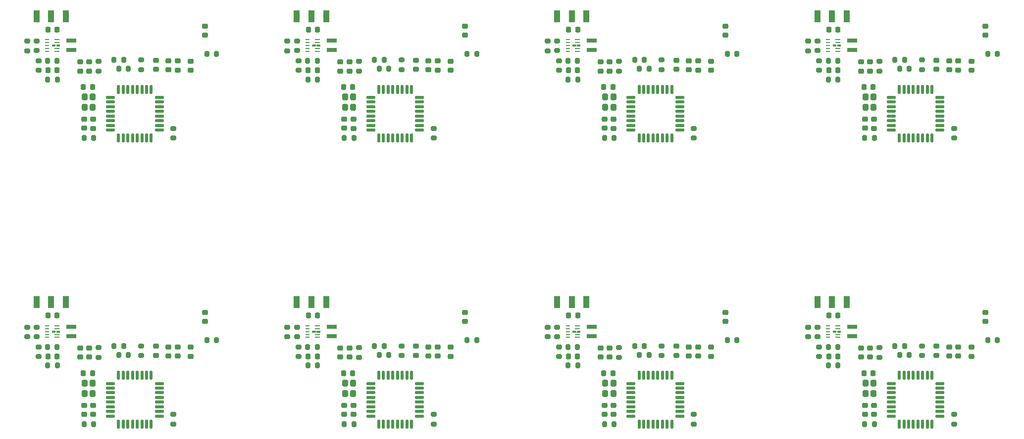
<source format=gbr>
%TF.GenerationSoftware,KiCad,Pcbnew,9.0.2*%
%TF.CreationDate,2025-05-28T15:12:05+01:00*%
%TF.ProjectId,Bongo-Cat-Fidget-Toy,426f6e67-6f2d-4436-9174-2d4669646765,rev?*%
%TF.SameCoordinates,Original*%
%TF.FileFunction,Paste,Top*%
%TF.FilePolarity,Positive*%
%FSLAX46Y46*%
G04 Gerber Fmt 4.6, Leading zero omitted, Abs format (unit mm)*
G04 Created by KiCad (PCBNEW 9.0.2) date 2025-05-28 15:12:05*
%MOMM*%
%LPD*%
G01*
G04 APERTURE LIST*
G04 Aperture macros list*
%AMRoundRect*
0 Rectangle with rounded corners*
0 $1 Rounding radius*
0 $2 $3 $4 $5 $6 $7 $8 $9 X,Y pos of 4 corners*
0 Add a 4 corners polygon primitive as box body*
4,1,4,$2,$3,$4,$5,$6,$7,$8,$9,$2,$3,0*
0 Add four circle primitives for the rounded corners*
1,1,$1+$1,$2,$3*
1,1,$1+$1,$4,$5*
1,1,$1+$1,$6,$7*
1,1,$1+$1,$8,$9*
0 Add four rect primitives between the rounded corners*
20,1,$1+$1,$2,$3,$4,$5,0*
20,1,$1+$1,$4,$5,$6,$7,0*
20,1,$1+$1,$6,$7,$8,$9,0*
20,1,$1+$1,$8,$9,$2,$3,0*%
G04 Aperture macros list end*
%ADD10C,0.010000*%
%ADD11RoundRect,0.200000X0.200000X0.275000X-0.200000X0.275000X-0.200000X-0.275000X0.200000X-0.275000X0*%
%ADD12RoundRect,0.050000X-0.250000X-0.075000X0.250000X-0.075000X0.250000X0.075000X-0.250000X0.075000X0*%
%ADD13RoundRect,0.050000X-0.400000X-0.075000X0.400000X-0.075000X0.400000X0.075000X-0.400000X0.075000X0*%
%ADD14RoundRect,0.225000X-0.250000X0.225000X-0.250000X-0.225000X0.250000X-0.225000X0.250000X0.225000X0*%
%ADD15RoundRect,0.200000X-0.200000X-0.275000X0.200000X-0.275000X0.200000X0.275000X-0.200000X0.275000X0*%
%ADD16RoundRect,0.225000X0.250000X-0.225000X0.250000X0.225000X-0.250000X0.225000X-0.250000X-0.225000X0*%
%ADD17RoundRect,0.125000X-0.625000X-0.125000X0.625000X-0.125000X0.625000X0.125000X-0.625000X0.125000X0*%
%ADD18RoundRect,0.125000X-0.125000X-0.625000X0.125000X-0.625000X0.125000X0.625000X-0.125000X0.625000X0*%
%ADD19RoundRect,0.225000X-0.225000X-0.250000X0.225000X-0.250000X0.225000X0.250000X-0.225000X0.250000X0*%
%ADD20R,1.000000X2.000000*%
%ADD21R,1.700000X0.800000*%
%ADD22RoundRect,0.200000X-0.275000X0.200000X-0.275000X-0.200000X0.275000X-0.200000X0.275000X0.200000X0*%
%ADD23RoundRect,0.225000X0.225000X0.250000X-0.225000X0.250000X-0.225000X-0.250000X0.225000X-0.250000X0*%
%ADD24RoundRect,0.200000X0.275000X-0.200000X0.275000X0.200000X-0.275000X0.200000X-0.275000X-0.200000X0*%
%ADD25RoundRect,0.250000X-0.250000X0.325000X-0.250000X-0.325000X0.250000X-0.325000X0.250000X0.325000X0*%
G04 APERTURE END LIST*
D10*
%TO.C,U101*%
X68245500Y-87051500D02*
X68247500Y-87051500D01*
X68250500Y-87052500D01*
X68252500Y-87052500D01*
X68255500Y-87053500D01*
X68257500Y-87054500D01*
X68260500Y-87055500D01*
X68262500Y-87057500D01*
X68264500Y-87058500D01*
X68266500Y-87060500D01*
X68268500Y-87061500D01*
X68270500Y-87063500D01*
X68272500Y-87065500D01*
X68274500Y-87067500D01*
X68276500Y-87069500D01*
X68277500Y-87071500D01*
X68279500Y-87073500D01*
X68280500Y-87075500D01*
X68282500Y-87077500D01*
X68283500Y-87080500D01*
X68284500Y-87082500D01*
X68285500Y-87085500D01*
X68285500Y-87087500D01*
X68286500Y-87090500D01*
X68286500Y-87092500D01*
X68287500Y-87095500D01*
X68287500Y-87097500D01*
X68287500Y-87100500D01*
X68287500Y-87250500D01*
X68287500Y-87253500D01*
X68287500Y-87255500D01*
X68286500Y-87258500D01*
X68286500Y-87260500D01*
X68285500Y-87263500D01*
X68285500Y-87265500D01*
X68284500Y-87268500D01*
X68283500Y-87270500D01*
X68282500Y-87273500D01*
X68280500Y-87275500D01*
X68279500Y-87277500D01*
X68277500Y-87279500D01*
X68276500Y-87281500D01*
X68274500Y-87283500D01*
X68272500Y-87285500D01*
X68270500Y-87287500D01*
X68268500Y-87289500D01*
X68266500Y-87290500D01*
X68264500Y-87292500D01*
X68262500Y-87293500D01*
X68260500Y-87295500D01*
X68257500Y-87296500D01*
X68255500Y-87297500D01*
X68252500Y-87298500D01*
X68250500Y-87298500D01*
X68247500Y-87299500D01*
X68245500Y-87299500D01*
X68242500Y-87300500D01*
X68240500Y-87300500D01*
X68237500Y-87300500D01*
X67787500Y-87300500D01*
X67784500Y-87300500D01*
X67782500Y-87300500D01*
X67779500Y-87299500D01*
X67777500Y-87299500D01*
X67774500Y-87298500D01*
X67772500Y-87298500D01*
X67769500Y-87297500D01*
X67767500Y-87296500D01*
X67764500Y-87295500D01*
X67762500Y-87293500D01*
X67760500Y-87292500D01*
X67758500Y-87290500D01*
X67756500Y-87289500D01*
X67754500Y-87287500D01*
X67752500Y-87285500D01*
X67750500Y-87283500D01*
X67748500Y-87281500D01*
X67747500Y-87279500D01*
X67745500Y-87277500D01*
X67744500Y-87275500D01*
X67742500Y-87273500D01*
X67741500Y-87270500D01*
X67740500Y-87268500D01*
X67739500Y-87265500D01*
X67739500Y-87263500D01*
X67738500Y-87260500D01*
X67738500Y-87258500D01*
X67737500Y-87255500D01*
X67737500Y-87253500D01*
X67737500Y-87250500D01*
X67737500Y-87100500D01*
X67737500Y-87097500D01*
X67737500Y-87095500D01*
X67738500Y-87092500D01*
X67738500Y-87090500D01*
X67739500Y-87087500D01*
X67739500Y-87085500D01*
X67740500Y-87082500D01*
X67741500Y-87080500D01*
X67742500Y-87077500D01*
X67744500Y-87075500D01*
X67745500Y-87073500D01*
X67747500Y-87071500D01*
X67748500Y-87069500D01*
X67750500Y-87067500D01*
X67752500Y-87065500D01*
X67754500Y-87063500D01*
X67756500Y-87061500D01*
X67758500Y-87060500D01*
X67760500Y-87058500D01*
X67762500Y-87057500D01*
X67764500Y-87055500D01*
X67767500Y-87054500D01*
X67769500Y-87053500D01*
X67772500Y-87052500D01*
X67774500Y-87052500D01*
X67777500Y-87051500D01*
X67779500Y-87051500D01*
X67782500Y-87050500D01*
X67784500Y-87050500D01*
X67787500Y-87050500D01*
X68237500Y-87050500D01*
X68240500Y-87050500D01*
X68242500Y-87050500D01*
X68245500Y-87051500D01*
G36*
X68245500Y-87051500D02*
G01*
X68247500Y-87051500D01*
X68250500Y-87052500D01*
X68252500Y-87052500D01*
X68255500Y-87053500D01*
X68257500Y-87054500D01*
X68260500Y-87055500D01*
X68262500Y-87057500D01*
X68264500Y-87058500D01*
X68266500Y-87060500D01*
X68268500Y-87061500D01*
X68270500Y-87063500D01*
X68272500Y-87065500D01*
X68274500Y-87067500D01*
X68276500Y-87069500D01*
X68277500Y-87071500D01*
X68279500Y-87073500D01*
X68280500Y-87075500D01*
X68282500Y-87077500D01*
X68283500Y-87080500D01*
X68284500Y-87082500D01*
X68285500Y-87085500D01*
X68285500Y-87087500D01*
X68286500Y-87090500D01*
X68286500Y-87092500D01*
X68287500Y-87095500D01*
X68287500Y-87097500D01*
X68287500Y-87100500D01*
X68287500Y-87250500D01*
X68287500Y-87253500D01*
X68287500Y-87255500D01*
X68286500Y-87258500D01*
X68286500Y-87260500D01*
X68285500Y-87263500D01*
X68285500Y-87265500D01*
X68284500Y-87268500D01*
X68283500Y-87270500D01*
X68282500Y-87273500D01*
X68280500Y-87275500D01*
X68279500Y-87277500D01*
X68277500Y-87279500D01*
X68276500Y-87281500D01*
X68274500Y-87283500D01*
X68272500Y-87285500D01*
X68270500Y-87287500D01*
X68268500Y-87289500D01*
X68266500Y-87290500D01*
X68264500Y-87292500D01*
X68262500Y-87293500D01*
X68260500Y-87295500D01*
X68257500Y-87296500D01*
X68255500Y-87297500D01*
X68252500Y-87298500D01*
X68250500Y-87298500D01*
X68247500Y-87299500D01*
X68245500Y-87299500D01*
X68242500Y-87300500D01*
X68240500Y-87300500D01*
X68237500Y-87300500D01*
X67787500Y-87300500D01*
X67784500Y-87300500D01*
X67782500Y-87300500D01*
X67779500Y-87299500D01*
X67777500Y-87299500D01*
X67774500Y-87298500D01*
X67772500Y-87298500D01*
X67769500Y-87297500D01*
X67767500Y-87296500D01*
X67764500Y-87295500D01*
X67762500Y-87293500D01*
X67760500Y-87292500D01*
X67758500Y-87290500D01*
X67756500Y-87289500D01*
X67754500Y-87287500D01*
X67752500Y-87285500D01*
X67750500Y-87283500D01*
X67748500Y-87281500D01*
X67747500Y-87279500D01*
X67745500Y-87277500D01*
X67744500Y-87275500D01*
X67742500Y-87273500D01*
X67741500Y-87270500D01*
X67740500Y-87268500D01*
X67739500Y-87265500D01*
X67739500Y-87263500D01*
X67738500Y-87260500D01*
X67738500Y-87258500D01*
X67737500Y-87255500D01*
X67737500Y-87253500D01*
X67737500Y-87250500D01*
X67737500Y-87100500D01*
X67737500Y-87097500D01*
X67737500Y-87095500D01*
X67738500Y-87092500D01*
X67738500Y-87090500D01*
X67739500Y-87087500D01*
X67739500Y-87085500D01*
X67740500Y-87082500D01*
X67741500Y-87080500D01*
X67742500Y-87077500D01*
X67744500Y-87075500D01*
X67745500Y-87073500D01*
X67747500Y-87071500D01*
X67748500Y-87069500D01*
X67750500Y-87067500D01*
X67752500Y-87065500D01*
X67754500Y-87063500D01*
X67756500Y-87061500D01*
X67758500Y-87060500D01*
X67760500Y-87058500D01*
X67762500Y-87057500D01*
X67764500Y-87055500D01*
X67767500Y-87054500D01*
X67769500Y-87053500D01*
X67772500Y-87052500D01*
X67774500Y-87052500D01*
X67777500Y-87051500D01*
X67779500Y-87051500D01*
X67782500Y-87050500D01*
X67784500Y-87050500D01*
X67787500Y-87050500D01*
X68237500Y-87050500D01*
X68240500Y-87050500D01*
X68242500Y-87050500D01*
X68245500Y-87051500D01*
G37*
X68995500Y-87051500D02*
X68997500Y-87051500D01*
X69000500Y-87052500D01*
X69002500Y-87052500D01*
X69005500Y-87053500D01*
X69007500Y-87054500D01*
X69010500Y-87055500D01*
X69012500Y-87057500D01*
X69014500Y-87058500D01*
X69016500Y-87060500D01*
X69018500Y-87061500D01*
X69020500Y-87063500D01*
X69022500Y-87065500D01*
X69024500Y-87067500D01*
X69026500Y-87069500D01*
X69027500Y-87071500D01*
X69029500Y-87073500D01*
X69030500Y-87075500D01*
X69032500Y-87077500D01*
X69033500Y-87080500D01*
X69034500Y-87082500D01*
X69035500Y-87085500D01*
X69035500Y-87087500D01*
X69036500Y-87090500D01*
X69036500Y-87092500D01*
X69037500Y-87095500D01*
X69037500Y-87097500D01*
X69037500Y-87100500D01*
X69037500Y-87250500D01*
X69037500Y-87253500D01*
X69037500Y-87255500D01*
X69036500Y-87258500D01*
X69036500Y-87260500D01*
X69035500Y-87263500D01*
X69035500Y-87265500D01*
X69034500Y-87268500D01*
X69033500Y-87270500D01*
X69032500Y-87273500D01*
X69030500Y-87275500D01*
X69029500Y-87277500D01*
X69027500Y-87279500D01*
X69026500Y-87281500D01*
X69024500Y-87283500D01*
X69022500Y-87285500D01*
X69020500Y-87287500D01*
X69018500Y-87289500D01*
X69016500Y-87290500D01*
X69014500Y-87292500D01*
X69012500Y-87293500D01*
X69010500Y-87295500D01*
X69007500Y-87296500D01*
X69005500Y-87297500D01*
X69002500Y-87298500D01*
X69000500Y-87298500D01*
X68997500Y-87299500D01*
X68995500Y-87299500D01*
X68992500Y-87300500D01*
X68990500Y-87300500D01*
X68987500Y-87300500D01*
X68537500Y-87300500D01*
X68534500Y-87300500D01*
X68532500Y-87300500D01*
X68529500Y-87299500D01*
X68527500Y-87299500D01*
X68524500Y-87298500D01*
X68522500Y-87298500D01*
X68519500Y-87297500D01*
X68517500Y-87296500D01*
X68514500Y-87295500D01*
X68512500Y-87293500D01*
X68510500Y-87292500D01*
X68508500Y-87290500D01*
X68506500Y-87289500D01*
X68504500Y-87287500D01*
X68502500Y-87285500D01*
X68500500Y-87283500D01*
X68498500Y-87281500D01*
X68497500Y-87279500D01*
X68495500Y-87277500D01*
X68494500Y-87275500D01*
X68492500Y-87273500D01*
X68491500Y-87270500D01*
X68490500Y-87268500D01*
X68489500Y-87265500D01*
X68489500Y-87263500D01*
X68488500Y-87260500D01*
X68488500Y-87258500D01*
X68487500Y-87255500D01*
X68487500Y-87253500D01*
X68487500Y-87250500D01*
X68487500Y-87100500D01*
X68487500Y-87097500D01*
X68487500Y-87095500D01*
X68488500Y-87092500D01*
X68488500Y-87090500D01*
X68489500Y-87087500D01*
X68489500Y-87085500D01*
X68490500Y-87082500D01*
X68491500Y-87080500D01*
X68492500Y-87077500D01*
X68494500Y-87075500D01*
X68495500Y-87073500D01*
X68497500Y-87071500D01*
X68498500Y-87069500D01*
X68500500Y-87067500D01*
X68502500Y-87065500D01*
X68504500Y-87063500D01*
X68506500Y-87061500D01*
X68508500Y-87060500D01*
X68510500Y-87058500D01*
X68512500Y-87057500D01*
X68514500Y-87055500D01*
X68517500Y-87054500D01*
X68519500Y-87053500D01*
X68522500Y-87052500D01*
X68524500Y-87052500D01*
X68527500Y-87051500D01*
X68529500Y-87051500D01*
X68532500Y-87050500D01*
X68534500Y-87050500D01*
X68537500Y-87050500D01*
X68987500Y-87050500D01*
X68990500Y-87050500D01*
X68992500Y-87050500D01*
X68995500Y-87051500D01*
G36*
X68995500Y-87051500D02*
G01*
X68997500Y-87051500D01*
X69000500Y-87052500D01*
X69002500Y-87052500D01*
X69005500Y-87053500D01*
X69007500Y-87054500D01*
X69010500Y-87055500D01*
X69012500Y-87057500D01*
X69014500Y-87058500D01*
X69016500Y-87060500D01*
X69018500Y-87061500D01*
X69020500Y-87063500D01*
X69022500Y-87065500D01*
X69024500Y-87067500D01*
X69026500Y-87069500D01*
X69027500Y-87071500D01*
X69029500Y-87073500D01*
X69030500Y-87075500D01*
X69032500Y-87077500D01*
X69033500Y-87080500D01*
X69034500Y-87082500D01*
X69035500Y-87085500D01*
X69035500Y-87087500D01*
X69036500Y-87090500D01*
X69036500Y-87092500D01*
X69037500Y-87095500D01*
X69037500Y-87097500D01*
X69037500Y-87100500D01*
X69037500Y-87250500D01*
X69037500Y-87253500D01*
X69037500Y-87255500D01*
X69036500Y-87258500D01*
X69036500Y-87260500D01*
X69035500Y-87263500D01*
X69035500Y-87265500D01*
X69034500Y-87268500D01*
X69033500Y-87270500D01*
X69032500Y-87273500D01*
X69030500Y-87275500D01*
X69029500Y-87277500D01*
X69027500Y-87279500D01*
X69026500Y-87281500D01*
X69024500Y-87283500D01*
X69022500Y-87285500D01*
X69020500Y-87287500D01*
X69018500Y-87289500D01*
X69016500Y-87290500D01*
X69014500Y-87292500D01*
X69012500Y-87293500D01*
X69010500Y-87295500D01*
X69007500Y-87296500D01*
X69005500Y-87297500D01*
X69002500Y-87298500D01*
X69000500Y-87298500D01*
X68997500Y-87299500D01*
X68995500Y-87299500D01*
X68992500Y-87300500D01*
X68990500Y-87300500D01*
X68987500Y-87300500D01*
X68537500Y-87300500D01*
X68534500Y-87300500D01*
X68532500Y-87300500D01*
X68529500Y-87299500D01*
X68527500Y-87299500D01*
X68524500Y-87298500D01*
X68522500Y-87298500D01*
X68519500Y-87297500D01*
X68517500Y-87296500D01*
X68514500Y-87295500D01*
X68512500Y-87293500D01*
X68510500Y-87292500D01*
X68508500Y-87290500D01*
X68506500Y-87289500D01*
X68504500Y-87287500D01*
X68502500Y-87285500D01*
X68500500Y-87283500D01*
X68498500Y-87281500D01*
X68497500Y-87279500D01*
X68495500Y-87277500D01*
X68494500Y-87275500D01*
X68492500Y-87273500D01*
X68491500Y-87270500D01*
X68490500Y-87268500D01*
X68489500Y-87265500D01*
X68489500Y-87263500D01*
X68488500Y-87260500D01*
X68488500Y-87258500D01*
X68487500Y-87255500D01*
X68487500Y-87253500D01*
X68487500Y-87250500D01*
X68487500Y-87100500D01*
X68487500Y-87097500D01*
X68487500Y-87095500D01*
X68488500Y-87092500D01*
X68488500Y-87090500D01*
X68489500Y-87087500D01*
X68489500Y-87085500D01*
X68490500Y-87082500D01*
X68491500Y-87080500D01*
X68492500Y-87077500D01*
X68494500Y-87075500D01*
X68495500Y-87073500D01*
X68497500Y-87071500D01*
X68498500Y-87069500D01*
X68500500Y-87067500D01*
X68502500Y-87065500D01*
X68504500Y-87063500D01*
X68506500Y-87061500D01*
X68508500Y-87060500D01*
X68510500Y-87058500D01*
X68512500Y-87057500D01*
X68514500Y-87055500D01*
X68517500Y-87054500D01*
X68519500Y-87053500D01*
X68522500Y-87052500D01*
X68524500Y-87052500D01*
X68527500Y-87051500D01*
X68529500Y-87051500D01*
X68532500Y-87050500D01*
X68534500Y-87050500D01*
X68537500Y-87050500D01*
X68987500Y-87050500D01*
X68990500Y-87050500D01*
X68992500Y-87050500D01*
X68995500Y-87051500D01*
G37*
X201745500Y-38051500D02*
X201747500Y-38051500D01*
X201750500Y-38052500D01*
X201752500Y-38052500D01*
X201755500Y-38053500D01*
X201757500Y-38054500D01*
X201760500Y-38055500D01*
X201762500Y-38057500D01*
X201764500Y-38058500D01*
X201766500Y-38060500D01*
X201768500Y-38061500D01*
X201770500Y-38063500D01*
X201772500Y-38065500D01*
X201774500Y-38067500D01*
X201776500Y-38069500D01*
X201777500Y-38071500D01*
X201779500Y-38073500D01*
X201780500Y-38075500D01*
X201782500Y-38077500D01*
X201783500Y-38080500D01*
X201784500Y-38082500D01*
X201785500Y-38085500D01*
X201785500Y-38087500D01*
X201786500Y-38090500D01*
X201786500Y-38092500D01*
X201787500Y-38095500D01*
X201787500Y-38097500D01*
X201787500Y-38100500D01*
X201787500Y-38250500D01*
X201787500Y-38253500D01*
X201787500Y-38255500D01*
X201786500Y-38258500D01*
X201786500Y-38260500D01*
X201785500Y-38263500D01*
X201785500Y-38265500D01*
X201784500Y-38268500D01*
X201783500Y-38270500D01*
X201782500Y-38273500D01*
X201780500Y-38275500D01*
X201779500Y-38277500D01*
X201777500Y-38279500D01*
X201776500Y-38281500D01*
X201774500Y-38283500D01*
X201772500Y-38285500D01*
X201770500Y-38287500D01*
X201768500Y-38289500D01*
X201766500Y-38290500D01*
X201764500Y-38292500D01*
X201762500Y-38293500D01*
X201760500Y-38295500D01*
X201757500Y-38296500D01*
X201755500Y-38297500D01*
X201752500Y-38298500D01*
X201750500Y-38298500D01*
X201747500Y-38299500D01*
X201745500Y-38299500D01*
X201742500Y-38300500D01*
X201740500Y-38300500D01*
X201737500Y-38300500D01*
X201287500Y-38300500D01*
X201284500Y-38300500D01*
X201282500Y-38300500D01*
X201279500Y-38299500D01*
X201277500Y-38299500D01*
X201274500Y-38298500D01*
X201272500Y-38298500D01*
X201269500Y-38297500D01*
X201267500Y-38296500D01*
X201264500Y-38295500D01*
X201262500Y-38293500D01*
X201260500Y-38292500D01*
X201258500Y-38290500D01*
X201256500Y-38289500D01*
X201254500Y-38287500D01*
X201252500Y-38285500D01*
X201250500Y-38283500D01*
X201248500Y-38281500D01*
X201247500Y-38279500D01*
X201245500Y-38277500D01*
X201244500Y-38275500D01*
X201242500Y-38273500D01*
X201241500Y-38270500D01*
X201240500Y-38268500D01*
X201239500Y-38265500D01*
X201239500Y-38263500D01*
X201238500Y-38260500D01*
X201238500Y-38258500D01*
X201237500Y-38255500D01*
X201237500Y-38253500D01*
X201237500Y-38250500D01*
X201237500Y-38100500D01*
X201237500Y-38097500D01*
X201237500Y-38095500D01*
X201238500Y-38092500D01*
X201238500Y-38090500D01*
X201239500Y-38087500D01*
X201239500Y-38085500D01*
X201240500Y-38082500D01*
X201241500Y-38080500D01*
X201242500Y-38077500D01*
X201244500Y-38075500D01*
X201245500Y-38073500D01*
X201247500Y-38071500D01*
X201248500Y-38069500D01*
X201250500Y-38067500D01*
X201252500Y-38065500D01*
X201254500Y-38063500D01*
X201256500Y-38061500D01*
X201258500Y-38060500D01*
X201260500Y-38058500D01*
X201262500Y-38057500D01*
X201264500Y-38055500D01*
X201267500Y-38054500D01*
X201269500Y-38053500D01*
X201272500Y-38052500D01*
X201274500Y-38052500D01*
X201277500Y-38051500D01*
X201279500Y-38051500D01*
X201282500Y-38050500D01*
X201284500Y-38050500D01*
X201287500Y-38050500D01*
X201737500Y-38050500D01*
X201740500Y-38050500D01*
X201742500Y-38050500D01*
X201745500Y-38051500D01*
G36*
X201745500Y-38051500D02*
G01*
X201747500Y-38051500D01*
X201750500Y-38052500D01*
X201752500Y-38052500D01*
X201755500Y-38053500D01*
X201757500Y-38054500D01*
X201760500Y-38055500D01*
X201762500Y-38057500D01*
X201764500Y-38058500D01*
X201766500Y-38060500D01*
X201768500Y-38061500D01*
X201770500Y-38063500D01*
X201772500Y-38065500D01*
X201774500Y-38067500D01*
X201776500Y-38069500D01*
X201777500Y-38071500D01*
X201779500Y-38073500D01*
X201780500Y-38075500D01*
X201782500Y-38077500D01*
X201783500Y-38080500D01*
X201784500Y-38082500D01*
X201785500Y-38085500D01*
X201785500Y-38087500D01*
X201786500Y-38090500D01*
X201786500Y-38092500D01*
X201787500Y-38095500D01*
X201787500Y-38097500D01*
X201787500Y-38100500D01*
X201787500Y-38250500D01*
X201787500Y-38253500D01*
X201787500Y-38255500D01*
X201786500Y-38258500D01*
X201786500Y-38260500D01*
X201785500Y-38263500D01*
X201785500Y-38265500D01*
X201784500Y-38268500D01*
X201783500Y-38270500D01*
X201782500Y-38273500D01*
X201780500Y-38275500D01*
X201779500Y-38277500D01*
X201777500Y-38279500D01*
X201776500Y-38281500D01*
X201774500Y-38283500D01*
X201772500Y-38285500D01*
X201770500Y-38287500D01*
X201768500Y-38289500D01*
X201766500Y-38290500D01*
X201764500Y-38292500D01*
X201762500Y-38293500D01*
X201760500Y-38295500D01*
X201757500Y-38296500D01*
X201755500Y-38297500D01*
X201752500Y-38298500D01*
X201750500Y-38298500D01*
X201747500Y-38299500D01*
X201745500Y-38299500D01*
X201742500Y-38300500D01*
X201740500Y-38300500D01*
X201737500Y-38300500D01*
X201287500Y-38300500D01*
X201284500Y-38300500D01*
X201282500Y-38300500D01*
X201279500Y-38299500D01*
X201277500Y-38299500D01*
X201274500Y-38298500D01*
X201272500Y-38298500D01*
X201269500Y-38297500D01*
X201267500Y-38296500D01*
X201264500Y-38295500D01*
X201262500Y-38293500D01*
X201260500Y-38292500D01*
X201258500Y-38290500D01*
X201256500Y-38289500D01*
X201254500Y-38287500D01*
X201252500Y-38285500D01*
X201250500Y-38283500D01*
X201248500Y-38281500D01*
X201247500Y-38279500D01*
X201245500Y-38277500D01*
X201244500Y-38275500D01*
X201242500Y-38273500D01*
X201241500Y-38270500D01*
X201240500Y-38268500D01*
X201239500Y-38265500D01*
X201239500Y-38263500D01*
X201238500Y-38260500D01*
X201238500Y-38258500D01*
X201237500Y-38255500D01*
X201237500Y-38253500D01*
X201237500Y-38250500D01*
X201237500Y-38100500D01*
X201237500Y-38097500D01*
X201237500Y-38095500D01*
X201238500Y-38092500D01*
X201238500Y-38090500D01*
X201239500Y-38087500D01*
X201239500Y-38085500D01*
X201240500Y-38082500D01*
X201241500Y-38080500D01*
X201242500Y-38077500D01*
X201244500Y-38075500D01*
X201245500Y-38073500D01*
X201247500Y-38071500D01*
X201248500Y-38069500D01*
X201250500Y-38067500D01*
X201252500Y-38065500D01*
X201254500Y-38063500D01*
X201256500Y-38061500D01*
X201258500Y-38060500D01*
X201260500Y-38058500D01*
X201262500Y-38057500D01*
X201264500Y-38055500D01*
X201267500Y-38054500D01*
X201269500Y-38053500D01*
X201272500Y-38052500D01*
X201274500Y-38052500D01*
X201277500Y-38051500D01*
X201279500Y-38051500D01*
X201282500Y-38050500D01*
X201284500Y-38050500D01*
X201287500Y-38050500D01*
X201737500Y-38050500D01*
X201740500Y-38050500D01*
X201742500Y-38050500D01*
X201745500Y-38051500D01*
G37*
X202495500Y-38051500D02*
X202497500Y-38051500D01*
X202500500Y-38052500D01*
X202502500Y-38052500D01*
X202505500Y-38053500D01*
X202507500Y-38054500D01*
X202510500Y-38055500D01*
X202512500Y-38057500D01*
X202514500Y-38058500D01*
X202516500Y-38060500D01*
X202518500Y-38061500D01*
X202520500Y-38063500D01*
X202522500Y-38065500D01*
X202524500Y-38067500D01*
X202526500Y-38069500D01*
X202527500Y-38071500D01*
X202529500Y-38073500D01*
X202530500Y-38075500D01*
X202532500Y-38077500D01*
X202533500Y-38080500D01*
X202534500Y-38082500D01*
X202535500Y-38085500D01*
X202535500Y-38087500D01*
X202536500Y-38090500D01*
X202536500Y-38092500D01*
X202537500Y-38095500D01*
X202537500Y-38097500D01*
X202537500Y-38100500D01*
X202537500Y-38250500D01*
X202537500Y-38253500D01*
X202537500Y-38255500D01*
X202536500Y-38258500D01*
X202536500Y-38260500D01*
X202535500Y-38263500D01*
X202535500Y-38265500D01*
X202534500Y-38268500D01*
X202533500Y-38270500D01*
X202532500Y-38273500D01*
X202530500Y-38275500D01*
X202529500Y-38277500D01*
X202527500Y-38279500D01*
X202526500Y-38281500D01*
X202524500Y-38283500D01*
X202522500Y-38285500D01*
X202520500Y-38287500D01*
X202518500Y-38289500D01*
X202516500Y-38290500D01*
X202514500Y-38292500D01*
X202512500Y-38293500D01*
X202510500Y-38295500D01*
X202507500Y-38296500D01*
X202505500Y-38297500D01*
X202502500Y-38298500D01*
X202500500Y-38298500D01*
X202497500Y-38299500D01*
X202495500Y-38299500D01*
X202492500Y-38300500D01*
X202490500Y-38300500D01*
X202487500Y-38300500D01*
X202037500Y-38300500D01*
X202034500Y-38300500D01*
X202032500Y-38300500D01*
X202029500Y-38299500D01*
X202027500Y-38299500D01*
X202024500Y-38298500D01*
X202022500Y-38298500D01*
X202019500Y-38297500D01*
X202017500Y-38296500D01*
X202014500Y-38295500D01*
X202012500Y-38293500D01*
X202010500Y-38292500D01*
X202008500Y-38290500D01*
X202006500Y-38289500D01*
X202004500Y-38287500D01*
X202002500Y-38285500D01*
X202000500Y-38283500D01*
X201998500Y-38281500D01*
X201997500Y-38279500D01*
X201995500Y-38277500D01*
X201994500Y-38275500D01*
X201992500Y-38273500D01*
X201991500Y-38270500D01*
X201990500Y-38268500D01*
X201989500Y-38265500D01*
X201989500Y-38263500D01*
X201988500Y-38260500D01*
X201988500Y-38258500D01*
X201987500Y-38255500D01*
X201987500Y-38253500D01*
X201987500Y-38250500D01*
X201987500Y-38100500D01*
X201987500Y-38097500D01*
X201987500Y-38095500D01*
X201988500Y-38092500D01*
X201988500Y-38090500D01*
X201989500Y-38087500D01*
X201989500Y-38085500D01*
X201990500Y-38082500D01*
X201991500Y-38080500D01*
X201992500Y-38077500D01*
X201994500Y-38075500D01*
X201995500Y-38073500D01*
X201997500Y-38071500D01*
X201998500Y-38069500D01*
X202000500Y-38067500D01*
X202002500Y-38065500D01*
X202004500Y-38063500D01*
X202006500Y-38061500D01*
X202008500Y-38060500D01*
X202010500Y-38058500D01*
X202012500Y-38057500D01*
X202014500Y-38055500D01*
X202017500Y-38054500D01*
X202019500Y-38053500D01*
X202022500Y-38052500D01*
X202024500Y-38052500D01*
X202027500Y-38051500D01*
X202029500Y-38051500D01*
X202032500Y-38050500D01*
X202034500Y-38050500D01*
X202037500Y-38050500D01*
X202487500Y-38050500D01*
X202490500Y-38050500D01*
X202492500Y-38050500D01*
X202495500Y-38051500D01*
G36*
X202495500Y-38051500D02*
G01*
X202497500Y-38051500D01*
X202500500Y-38052500D01*
X202502500Y-38052500D01*
X202505500Y-38053500D01*
X202507500Y-38054500D01*
X202510500Y-38055500D01*
X202512500Y-38057500D01*
X202514500Y-38058500D01*
X202516500Y-38060500D01*
X202518500Y-38061500D01*
X202520500Y-38063500D01*
X202522500Y-38065500D01*
X202524500Y-38067500D01*
X202526500Y-38069500D01*
X202527500Y-38071500D01*
X202529500Y-38073500D01*
X202530500Y-38075500D01*
X202532500Y-38077500D01*
X202533500Y-38080500D01*
X202534500Y-38082500D01*
X202535500Y-38085500D01*
X202535500Y-38087500D01*
X202536500Y-38090500D01*
X202536500Y-38092500D01*
X202537500Y-38095500D01*
X202537500Y-38097500D01*
X202537500Y-38100500D01*
X202537500Y-38250500D01*
X202537500Y-38253500D01*
X202537500Y-38255500D01*
X202536500Y-38258500D01*
X202536500Y-38260500D01*
X202535500Y-38263500D01*
X202535500Y-38265500D01*
X202534500Y-38268500D01*
X202533500Y-38270500D01*
X202532500Y-38273500D01*
X202530500Y-38275500D01*
X202529500Y-38277500D01*
X202527500Y-38279500D01*
X202526500Y-38281500D01*
X202524500Y-38283500D01*
X202522500Y-38285500D01*
X202520500Y-38287500D01*
X202518500Y-38289500D01*
X202516500Y-38290500D01*
X202514500Y-38292500D01*
X202512500Y-38293500D01*
X202510500Y-38295500D01*
X202507500Y-38296500D01*
X202505500Y-38297500D01*
X202502500Y-38298500D01*
X202500500Y-38298500D01*
X202497500Y-38299500D01*
X202495500Y-38299500D01*
X202492500Y-38300500D01*
X202490500Y-38300500D01*
X202487500Y-38300500D01*
X202037500Y-38300500D01*
X202034500Y-38300500D01*
X202032500Y-38300500D01*
X202029500Y-38299500D01*
X202027500Y-38299500D01*
X202024500Y-38298500D01*
X202022500Y-38298500D01*
X202019500Y-38297500D01*
X202017500Y-38296500D01*
X202014500Y-38295500D01*
X202012500Y-38293500D01*
X202010500Y-38292500D01*
X202008500Y-38290500D01*
X202006500Y-38289500D01*
X202004500Y-38287500D01*
X202002500Y-38285500D01*
X202000500Y-38283500D01*
X201998500Y-38281500D01*
X201997500Y-38279500D01*
X201995500Y-38277500D01*
X201994500Y-38275500D01*
X201992500Y-38273500D01*
X201991500Y-38270500D01*
X201990500Y-38268500D01*
X201989500Y-38265500D01*
X201989500Y-38263500D01*
X201988500Y-38260500D01*
X201988500Y-38258500D01*
X201987500Y-38255500D01*
X201987500Y-38253500D01*
X201987500Y-38250500D01*
X201987500Y-38100500D01*
X201987500Y-38097500D01*
X201987500Y-38095500D01*
X201988500Y-38092500D01*
X201988500Y-38090500D01*
X201989500Y-38087500D01*
X201989500Y-38085500D01*
X201990500Y-38082500D01*
X201991500Y-38080500D01*
X201992500Y-38077500D01*
X201994500Y-38075500D01*
X201995500Y-38073500D01*
X201997500Y-38071500D01*
X201998500Y-38069500D01*
X202000500Y-38067500D01*
X202002500Y-38065500D01*
X202004500Y-38063500D01*
X202006500Y-38061500D01*
X202008500Y-38060500D01*
X202010500Y-38058500D01*
X202012500Y-38057500D01*
X202014500Y-38055500D01*
X202017500Y-38054500D01*
X202019500Y-38053500D01*
X202022500Y-38052500D01*
X202024500Y-38052500D01*
X202027500Y-38051500D01*
X202029500Y-38051500D01*
X202032500Y-38050500D01*
X202034500Y-38050500D01*
X202037500Y-38050500D01*
X202487500Y-38050500D01*
X202490500Y-38050500D01*
X202492500Y-38050500D01*
X202495500Y-38051500D01*
G37*
X68245500Y-38051500D02*
X68247500Y-38051500D01*
X68250500Y-38052500D01*
X68252500Y-38052500D01*
X68255500Y-38053500D01*
X68257500Y-38054500D01*
X68260500Y-38055500D01*
X68262500Y-38057500D01*
X68264500Y-38058500D01*
X68266500Y-38060500D01*
X68268500Y-38061500D01*
X68270500Y-38063500D01*
X68272500Y-38065500D01*
X68274500Y-38067500D01*
X68276500Y-38069500D01*
X68277500Y-38071500D01*
X68279500Y-38073500D01*
X68280500Y-38075500D01*
X68282500Y-38077500D01*
X68283500Y-38080500D01*
X68284500Y-38082500D01*
X68285500Y-38085500D01*
X68285500Y-38087500D01*
X68286500Y-38090500D01*
X68286500Y-38092500D01*
X68287500Y-38095500D01*
X68287500Y-38097500D01*
X68287500Y-38100500D01*
X68287500Y-38250500D01*
X68287500Y-38253500D01*
X68287500Y-38255500D01*
X68286500Y-38258500D01*
X68286500Y-38260500D01*
X68285500Y-38263500D01*
X68285500Y-38265500D01*
X68284500Y-38268500D01*
X68283500Y-38270500D01*
X68282500Y-38273500D01*
X68280500Y-38275500D01*
X68279500Y-38277500D01*
X68277500Y-38279500D01*
X68276500Y-38281500D01*
X68274500Y-38283500D01*
X68272500Y-38285500D01*
X68270500Y-38287500D01*
X68268500Y-38289500D01*
X68266500Y-38290500D01*
X68264500Y-38292500D01*
X68262500Y-38293500D01*
X68260500Y-38295500D01*
X68257500Y-38296500D01*
X68255500Y-38297500D01*
X68252500Y-38298500D01*
X68250500Y-38298500D01*
X68247500Y-38299500D01*
X68245500Y-38299500D01*
X68242500Y-38300500D01*
X68240500Y-38300500D01*
X68237500Y-38300500D01*
X67787500Y-38300500D01*
X67784500Y-38300500D01*
X67782500Y-38300500D01*
X67779500Y-38299500D01*
X67777500Y-38299500D01*
X67774500Y-38298500D01*
X67772500Y-38298500D01*
X67769500Y-38297500D01*
X67767500Y-38296500D01*
X67764500Y-38295500D01*
X67762500Y-38293500D01*
X67760500Y-38292500D01*
X67758500Y-38290500D01*
X67756500Y-38289500D01*
X67754500Y-38287500D01*
X67752500Y-38285500D01*
X67750500Y-38283500D01*
X67748500Y-38281500D01*
X67747500Y-38279500D01*
X67745500Y-38277500D01*
X67744500Y-38275500D01*
X67742500Y-38273500D01*
X67741500Y-38270500D01*
X67740500Y-38268500D01*
X67739500Y-38265500D01*
X67739500Y-38263500D01*
X67738500Y-38260500D01*
X67738500Y-38258500D01*
X67737500Y-38255500D01*
X67737500Y-38253500D01*
X67737500Y-38250500D01*
X67737500Y-38100500D01*
X67737500Y-38097500D01*
X67737500Y-38095500D01*
X67738500Y-38092500D01*
X67738500Y-38090500D01*
X67739500Y-38087500D01*
X67739500Y-38085500D01*
X67740500Y-38082500D01*
X67741500Y-38080500D01*
X67742500Y-38077500D01*
X67744500Y-38075500D01*
X67745500Y-38073500D01*
X67747500Y-38071500D01*
X67748500Y-38069500D01*
X67750500Y-38067500D01*
X67752500Y-38065500D01*
X67754500Y-38063500D01*
X67756500Y-38061500D01*
X67758500Y-38060500D01*
X67760500Y-38058500D01*
X67762500Y-38057500D01*
X67764500Y-38055500D01*
X67767500Y-38054500D01*
X67769500Y-38053500D01*
X67772500Y-38052500D01*
X67774500Y-38052500D01*
X67777500Y-38051500D01*
X67779500Y-38051500D01*
X67782500Y-38050500D01*
X67784500Y-38050500D01*
X67787500Y-38050500D01*
X68237500Y-38050500D01*
X68240500Y-38050500D01*
X68242500Y-38050500D01*
X68245500Y-38051500D01*
G36*
X68245500Y-38051500D02*
G01*
X68247500Y-38051500D01*
X68250500Y-38052500D01*
X68252500Y-38052500D01*
X68255500Y-38053500D01*
X68257500Y-38054500D01*
X68260500Y-38055500D01*
X68262500Y-38057500D01*
X68264500Y-38058500D01*
X68266500Y-38060500D01*
X68268500Y-38061500D01*
X68270500Y-38063500D01*
X68272500Y-38065500D01*
X68274500Y-38067500D01*
X68276500Y-38069500D01*
X68277500Y-38071500D01*
X68279500Y-38073500D01*
X68280500Y-38075500D01*
X68282500Y-38077500D01*
X68283500Y-38080500D01*
X68284500Y-38082500D01*
X68285500Y-38085500D01*
X68285500Y-38087500D01*
X68286500Y-38090500D01*
X68286500Y-38092500D01*
X68287500Y-38095500D01*
X68287500Y-38097500D01*
X68287500Y-38100500D01*
X68287500Y-38250500D01*
X68287500Y-38253500D01*
X68287500Y-38255500D01*
X68286500Y-38258500D01*
X68286500Y-38260500D01*
X68285500Y-38263500D01*
X68285500Y-38265500D01*
X68284500Y-38268500D01*
X68283500Y-38270500D01*
X68282500Y-38273500D01*
X68280500Y-38275500D01*
X68279500Y-38277500D01*
X68277500Y-38279500D01*
X68276500Y-38281500D01*
X68274500Y-38283500D01*
X68272500Y-38285500D01*
X68270500Y-38287500D01*
X68268500Y-38289500D01*
X68266500Y-38290500D01*
X68264500Y-38292500D01*
X68262500Y-38293500D01*
X68260500Y-38295500D01*
X68257500Y-38296500D01*
X68255500Y-38297500D01*
X68252500Y-38298500D01*
X68250500Y-38298500D01*
X68247500Y-38299500D01*
X68245500Y-38299500D01*
X68242500Y-38300500D01*
X68240500Y-38300500D01*
X68237500Y-38300500D01*
X67787500Y-38300500D01*
X67784500Y-38300500D01*
X67782500Y-38300500D01*
X67779500Y-38299500D01*
X67777500Y-38299500D01*
X67774500Y-38298500D01*
X67772500Y-38298500D01*
X67769500Y-38297500D01*
X67767500Y-38296500D01*
X67764500Y-38295500D01*
X67762500Y-38293500D01*
X67760500Y-38292500D01*
X67758500Y-38290500D01*
X67756500Y-38289500D01*
X67754500Y-38287500D01*
X67752500Y-38285500D01*
X67750500Y-38283500D01*
X67748500Y-38281500D01*
X67747500Y-38279500D01*
X67745500Y-38277500D01*
X67744500Y-38275500D01*
X67742500Y-38273500D01*
X67741500Y-38270500D01*
X67740500Y-38268500D01*
X67739500Y-38265500D01*
X67739500Y-38263500D01*
X67738500Y-38260500D01*
X67738500Y-38258500D01*
X67737500Y-38255500D01*
X67737500Y-38253500D01*
X67737500Y-38250500D01*
X67737500Y-38100500D01*
X67737500Y-38097500D01*
X67737500Y-38095500D01*
X67738500Y-38092500D01*
X67738500Y-38090500D01*
X67739500Y-38087500D01*
X67739500Y-38085500D01*
X67740500Y-38082500D01*
X67741500Y-38080500D01*
X67742500Y-38077500D01*
X67744500Y-38075500D01*
X67745500Y-38073500D01*
X67747500Y-38071500D01*
X67748500Y-38069500D01*
X67750500Y-38067500D01*
X67752500Y-38065500D01*
X67754500Y-38063500D01*
X67756500Y-38061500D01*
X67758500Y-38060500D01*
X67760500Y-38058500D01*
X67762500Y-38057500D01*
X67764500Y-38055500D01*
X67767500Y-38054500D01*
X67769500Y-38053500D01*
X67772500Y-38052500D01*
X67774500Y-38052500D01*
X67777500Y-38051500D01*
X67779500Y-38051500D01*
X67782500Y-38050500D01*
X67784500Y-38050500D01*
X67787500Y-38050500D01*
X68237500Y-38050500D01*
X68240500Y-38050500D01*
X68242500Y-38050500D01*
X68245500Y-38051500D01*
G37*
X68995500Y-38051500D02*
X68997500Y-38051500D01*
X69000500Y-38052500D01*
X69002500Y-38052500D01*
X69005500Y-38053500D01*
X69007500Y-38054500D01*
X69010500Y-38055500D01*
X69012500Y-38057500D01*
X69014500Y-38058500D01*
X69016500Y-38060500D01*
X69018500Y-38061500D01*
X69020500Y-38063500D01*
X69022500Y-38065500D01*
X69024500Y-38067500D01*
X69026500Y-38069500D01*
X69027500Y-38071500D01*
X69029500Y-38073500D01*
X69030500Y-38075500D01*
X69032500Y-38077500D01*
X69033500Y-38080500D01*
X69034500Y-38082500D01*
X69035500Y-38085500D01*
X69035500Y-38087500D01*
X69036500Y-38090500D01*
X69036500Y-38092500D01*
X69037500Y-38095500D01*
X69037500Y-38097500D01*
X69037500Y-38100500D01*
X69037500Y-38250500D01*
X69037500Y-38253500D01*
X69037500Y-38255500D01*
X69036500Y-38258500D01*
X69036500Y-38260500D01*
X69035500Y-38263500D01*
X69035500Y-38265500D01*
X69034500Y-38268500D01*
X69033500Y-38270500D01*
X69032500Y-38273500D01*
X69030500Y-38275500D01*
X69029500Y-38277500D01*
X69027500Y-38279500D01*
X69026500Y-38281500D01*
X69024500Y-38283500D01*
X69022500Y-38285500D01*
X69020500Y-38287500D01*
X69018500Y-38289500D01*
X69016500Y-38290500D01*
X69014500Y-38292500D01*
X69012500Y-38293500D01*
X69010500Y-38295500D01*
X69007500Y-38296500D01*
X69005500Y-38297500D01*
X69002500Y-38298500D01*
X69000500Y-38298500D01*
X68997500Y-38299500D01*
X68995500Y-38299500D01*
X68992500Y-38300500D01*
X68990500Y-38300500D01*
X68987500Y-38300500D01*
X68537500Y-38300500D01*
X68534500Y-38300500D01*
X68532500Y-38300500D01*
X68529500Y-38299500D01*
X68527500Y-38299500D01*
X68524500Y-38298500D01*
X68522500Y-38298500D01*
X68519500Y-38297500D01*
X68517500Y-38296500D01*
X68514500Y-38295500D01*
X68512500Y-38293500D01*
X68510500Y-38292500D01*
X68508500Y-38290500D01*
X68506500Y-38289500D01*
X68504500Y-38287500D01*
X68502500Y-38285500D01*
X68500500Y-38283500D01*
X68498500Y-38281500D01*
X68497500Y-38279500D01*
X68495500Y-38277500D01*
X68494500Y-38275500D01*
X68492500Y-38273500D01*
X68491500Y-38270500D01*
X68490500Y-38268500D01*
X68489500Y-38265500D01*
X68489500Y-38263500D01*
X68488500Y-38260500D01*
X68488500Y-38258500D01*
X68487500Y-38255500D01*
X68487500Y-38253500D01*
X68487500Y-38250500D01*
X68487500Y-38100500D01*
X68487500Y-38097500D01*
X68487500Y-38095500D01*
X68488500Y-38092500D01*
X68488500Y-38090500D01*
X68489500Y-38087500D01*
X68489500Y-38085500D01*
X68490500Y-38082500D01*
X68491500Y-38080500D01*
X68492500Y-38077500D01*
X68494500Y-38075500D01*
X68495500Y-38073500D01*
X68497500Y-38071500D01*
X68498500Y-38069500D01*
X68500500Y-38067500D01*
X68502500Y-38065500D01*
X68504500Y-38063500D01*
X68506500Y-38061500D01*
X68508500Y-38060500D01*
X68510500Y-38058500D01*
X68512500Y-38057500D01*
X68514500Y-38055500D01*
X68517500Y-38054500D01*
X68519500Y-38053500D01*
X68522500Y-38052500D01*
X68524500Y-38052500D01*
X68527500Y-38051500D01*
X68529500Y-38051500D01*
X68532500Y-38050500D01*
X68534500Y-38050500D01*
X68537500Y-38050500D01*
X68987500Y-38050500D01*
X68990500Y-38050500D01*
X68992500Y-38050500D01*
X68995500Y-38051500D01*
G36*
X68995500Y-38051500D02*
G01*
X68997500Y-38051500D01*
X69000500Y-38052500D01*
X69002500Y-38052500D01*
X69005500Y-38053500D01*
X69007500Y-38054500D01*
X69010500Y-38055500D01*
X69012500Y-38057500D01*
X69014500Y-38058500D01*
X69016500Y-38060500D01*
X69018500Y-38061500D01*
X69020500Y-38063500D01*
X69022500Y-38065500D01*
X69024500Y-38067500D01*
X69026500Y-38069500D01*
X69027500Y-38071500D01*
X69029500Y-38073500D01*
X69030500Y-38075500D01*
X69032500Y-38077500D01*
X69033500Y-38080500D01*
X69034500Y-38082500D01*
X69035500Y-38085500D01*
X69035500Y-38087500D01*
X69036500Y-38090500D01*
X69036500Y-38092500D01*
X69037500Y-38095500D01*
X69037500Y-38097500D01*
X69037500Y-38100500D01*
X69037500Y-38250500D01*
X69037500Y-38253500D01*
X69037500Y-38255500D01*
X69036500Y-38258500D01*
X69036500Y-38260500D01*
X69035500Y-38263500D01*
X69035500Y-38265500D01*
X69034500Y-38268500D01*
X69033500Y-38270500D01*
X69032500Y-38273500D01*
X69030500Y-38275500D01*
X69029500Y-38277500D01*
X69027500Y-38279500D01*
X69026500Y-38281500D01*
X69024500Y-38283500D01*
X69022500Y-38285500D01*
X69020500Y-38287500D01*
X69018500Y-38289500D01*
X69016500Y-38290500D01*
X69014500Y-38292500D01*
X69012500Y-38293500D01*
X69010500Y-38295500D01*
X69007500Y-38296500D01*
X69005500Y-38297500D01*
X69002500Y-38298500D01*
X69000500Y-38298500D01*
X68997500Y-38299500D01*
X68995500Y-38299500D01*
X68992500Y-38300500D01*
X68990500Y-38300500D01*
X68987500Y-38300500D01*
X68537500Y-38300500D01*
X68534500Y-38300500D01*
X68532500Y-38300500D01*
X68529500Y-38299500D01*
X68527500Y-38299500D01*
X68524500Y-38298500D01*
X68522500Y-38298500D01*
X68519500Y-38297500D01*
X68517500Y-38296500D01*
X68514500Y-38295500D01*
X68512500Y-38293500D01*
X68510500Y-38292500D01*
X68508500Y-38290500D01*
X68506500Y-38289500D01*
X68504500Y-38287500D01*
X68502500Y-38285500D01*
X68500500Y-38283500D01*
X68498500Y-38281500D01*
X68497500Y-38279500D01*
X68495500Y-38277500D01*
X68494500Y-38275500D01*
X68492500Y-38273500D01*
X68491500Y-38270500D01*
X68490500Y-38268500D01*
X68489500Y-38265500D01*
X68489500Y-38263500D01*
X68488500Y-38260500D01*
X68488500Y-38258500D01*
X68487500Y-38255500D01*
X68487500Y-38253500D01*
X68487500Y-38250500D01*
X68487500Y-38100500D01*
X68487500Y-38097500D01*
X68487500Y-38095500D01*
X68488500Y-38092500D01*
X68488500Y-38090500D01*
X68489500Y-38087500D01*
X68489500Y-38085500D01*
X68490500Y-38082500D01*
X68491500Y-38080500D01*
X68492500Y-38077500D01*
X68494500Y-38075500D01*
X68495500Y-38073500D01*
X68497500Y-38071500D01*
X68498500Y-38069500D01*
X68500500Y-38067500D01*
X68502500Y-38065500D01*
X68504500Y-38063500D01*
X68506500Y-38061500D01*
X68508500Y-38060500D01*
X68510500Y-38058500D01*
X68512500Y-38057500D01*
X68514500Y-38055500D01*
X68517500Y-38054500D01*
X68519500Y-38053500D01*
X68522500Y-38052500D01*
X68524500Y-38052500D01*
X68527500Y-38051500D01*
X68529500Y-38051500D01*
X68532500Y-38050500D01*
X68534500Y-38050500D01*
X68537500Y-38050500D01*
X68987500Y-38050500D01*
X68990500Y-38050500D01*
X68992500Y-38050500D01*
X68995500Y-38051500D01*
G37*
X112745500Y-87051500D02*
X112747500Y-87051500D01*
X112750500Y-87052500D01*
X112752500Y-87052500D01*
X112755500Y-87053500D01*
X112757500Y-87054500D01*
X112760500Y-87055500D01*
X112762500Y-87057500D01*
X112764500Y-87058500D01*
X112766500Y-87060500D01*
X112768500Y-87061500D01*
X112770500Y-87063500D01*
X112772500Y-87065500D01*
X112774500Y-87067500D01*
X112776500Y-87069500D01*
X112777500Y-87071500D01*
X112779500Y-87073500D01*
X112780500Y-87075500D01*
X112782500Y-87077500D01*
X112783500Y-87080500D01*
X112784500Y-87082500D01*
X112785500Y-87085500D01*
X112785500Y-87087500D01*
X112786500Y-87090500D01*
X112786500Y-87092500D01*
X112787500Y-87095500D01*
X112787500Y-87097500D01*
X112787500Y-87100500D01*
X112787500Y-87250500D01*
X112787500Y-87253500D01*
X112787500Y-87255500D01*
X112786500Y-87258500D01*
X112786500Y-87260500D01*
X112785500Y-87263500D01*
X112785500Y-87265500D01*
X112784500Y-87268500D01*
X112783500Y-87270500D01*
X112782500Y-87273500D01*
X112780500Y-87275500D01*
X112779500Y-87277500D01*
X112777500Y-87279500D01*
X112776500Y-87281500D01*
X112774500Y-87283500D01*
X112772500Y-87285500D01*
X112770500Y-87287500D01*
X112768500Y-87289500D01*
X112766500Y-87290500D01*
X112764500Y-87292500D01*
X112762500Y-87293500D01*
X112760500Y-87295500D01*
X112757500Y-87296500D01*
X112755500Y-87297500D01*
X112752500Y-87298500D01*
X112750500Y-87298500D01*
X112747500Y-87299500D01*
X112745500Y-87299500D01*
X112742500Y-87300500D01*
X112740500Y-87300500D01*
X112737500Y-87300500D01*
X112287500Y-87300500D01*
X112284500Y-87300500D01*
X112282500Y-87300500D01*
X112279500Y-87299500D01*
X112277500Y-87299500D01*
X112274500Y-87298500D01*
X112272500Y-87298500D01*
X112269500Y-87297500D01*
X112267500Y-87296500D01*
X112264500Y-87295500D01*
X112262500Y-87293500D01*
X112260500Y-87292500D01*
X112258500Y-87290500D01*
X112256500Y-87289500D01*
X112254500Y-87287500D01*
X112252500Y-87285500D01*
X112250500Y-87283500D01*
X112248500Y-87281500D01*
X112247500Y-87279500D01*
X112245500Y-87277500D01*
X112244500Y-87275500D01*
X112242500Y-87273500D01*
X112241500Y-87270500D01*
X112240500Y-87268500D01*
X112239500Y-87265500D01*
X112239500Y-87263500D01*
X112238500Y-87260500D01*
X112238500Y-87258500D01*
X112237500Y-87255500D01*
X112237500Y-87253500D01*
X112237500Y-87250500D01*
X112237500Y-87100500D01*
X112237500Y-87097500D01*
X112237500Y-87095500D01*
X112238500Y-87092500D01*
X112238500Y-87090500D01*
X112239500Y-87087500D01*
X112239500Y-87085500D01*
X112240500Y-87082500D01*
X112241500Y-87080500D01*
X112242500Y-87077500D01*
X112244500Y-87075500D01*
X112245500Y-87073500D01*
X112247500Y-87071500D01*
X112248500Y-87069500D01*
X112250500Y-87067500D01*
X112252500Y-87065500D01*
X112254500Y-87063500D01*
X112256500Y-87061500D01*
X112258500Y-87060500D01*
X112260500Y-87058500D01*
X112262500Y-87057500D01*
X112264500Y-87055500D01*
X112267500Y-87054500D01*
X112269500Y-87053500D01*
X112272500Y-87052500D01*
X112274500Y-87052500D01*
X112277500Y-87051500D01*
X112279500Y-87051500D01*
X112282500Y-87050500D01*
X112284500Y-87050500D01*
X112287500Y-87050500D01*
X112737500Y-87050500D01*
X112740500Y-87050500D01*
X112742500Y-87050500D01*
X112745500Y-87051500D01*
G36*
X112745500Y-87051500D02*
G01*
X112747500Y-87051500D01*
X112750500Y-87052500D01*
X112752500Y-87052500D01*
X112755500Y-87053500D01*
X112757500Y-87054500D01*
X112760500Y-87055500D01*
X112762500Y-87057500D01*
X112764500Y-87058500D01*
X112766500Y-87060500D01*
X112768500Y-87061500D01*
X112770500Y-87063500D01*
X112772500Y-87065500D01*
X112774500Y-87067500D01*
X112776500Y-87069500D01*
X112777500Y-87071500D01*
X112779500Y-87073500D01*
X112780500Y-87075500D01*
X112782500Y-87077500D01*
X112783500Y-87080500D01*
X112784500Y-87082500D01*
X112785500Y-87085500D01*
X112785500Y-87087500D01*
X112786500Y-87090500D01*
X112786500Y-87092500D01*
X112787500Y-87095500D01*
X112787500Y-87097500D01*
X112787500Y-87100500D01*
X112787500Y-87250500D01*
X112787500Y-87253500D01*
X112787500Y-87255500D01*
X112786500Y-87258500D01*
X112786500Y-87260500D01*
X112785500Y-87263500D01*
X112785500Y-87265500D01*
X112784500Y-87268500D01*
X112783500Y-87270500D01*
X112782500Y-87273500D01*
X112780500Y-87275500D01*
X112779500Y-87277500D01*
X112777500Y-87279500D01*
X112776500Y-87281500D01*
X112774500Y-87283500D01*
X112772500Y-87285500D01*
X112770500Y-87287500D01*
X112768500Y-87289500D01*
X112766500Y-87290500D01*
X112764500Y-87292500D01*
X112762500Y-87293500D01*
X112760500Y-87295500D01*
X112757500Y-87296500D01*
X112755500Y-87297500D01*
X112752500Y-87298500D01*
X112750500Y-87298500D01*
X112747500Y-87299500D01*
X112745500Y-87299500D01*
X112742500Y-87300500D01*
X112740500Y-87300500D01*
X112737500Y-87300500D01*
X112287500Y-87300500D01*
X112284500Y-87300500D01*
X112282500Y-87300500D01*
X112279500Y-87299500D01*
X112277500Y-87299500D01*
X112274500Y-87298500D01*
X112272500Y-87298500D01*
X112269500Y-87297500D01*
X112267500Y-87296500D01*
X112264500Y-87295500D01*
X112262500Y-87293500D01*
X112260500Y-87292500D01*
X112258500Y-87290500D01*
X112256500Y-87289500D01*
X112254500Y-87287500D01*
X112252500Y-87285500D01*
X112250500Y-87283500D01*
X112248500Y-87281500D01*
X112247500Y-87279500D01*
X112245500Y-87277500D01*
X112244500Y-87275500D01*
X112242500Y-87273500D01*
X112241500Y-87270500D01*
X112240500Y-87268500D01*
X112239500Y-87265500D01*
X112239500Y-87263500D01*
X112238500Y-87260500D01*
X112238500Y-87258500D01*
X112237500Y-87255500D01*
X112237500Y-87253500D01*
X112237500Y-87250500D01*
X112237500Y-87100500D01*
X112237500Y-87097500D01*
X112237500Y-87095500D01*
X112238500Y-87092500D01*
X112238500Y-87090500D01*
X112239500Y-87087500D01*
X112239500Y-87085500D01*
X112240500Y-87082500D01*
X112241500Y-87080500D01*
X112242500Y-87077500D01*
X112244500Y-87075500D01*
X112245500Y-87073500D01*
X112247500Y-87071500D01*
X112248500Y-87069500D01*
X112250500Y-87067500D01*
X112252500Y-87065500D01*
X112254500Y-87063500D01*
X112256500Y-87061500D01*
X112258500Y-87060500D01*
X112260500Y-87058500D01*
X112262500Y-87057500D01*
X112264500Y-87055500D01*
X112267500Y-87054500D01*
X112269500Y-87053500D01*
X112272500Y-87052500D01*
X112274500Y-87052500D01*
X112277500Y-87051500D01*
X112279500Y-87051500D01*
X112282500Y-87050500D01*
X112284500Y-87050500D01*
X112287500Y-87050500D01*
X112737500Y-87050500D01*
X112740500Y-87050500D01*
X112742500Y-87050500D01*
X112745500Y-87051500D01*
G37*
X113495500Y-87051500D02*
X113497500Y-87051500D01*
X113500500Y-87052500D01*
X113502500Y-87052500D01*
X113505500Y-87053500D01*
X113507500Y-87054500D01*
X113510500Y-87055500D01*
X113512500Y-87057500D01*
X113514500Y-87058500D01*
X113516500Y-87060500D01*
X113518500Y-87061500D01*
X113520500Y-87063500D01*
X113522500Y-87065500D01*
X113524500Y-87067500D01*
X113526500Y-87069500D01*
X113527500Y-87071500D01*
X113529500Y-87073500D01*
X113530500Y-87075500D01*
X113532500Y-87077500D01*
X113533500Y-87080500D01*
X113534500Y-87082500D01*
X113535500Y-87085500D01*
X113535500Y-87087500D01*
X113536500Y-87090500D01*
X113536500Y-87092500D01*
X113537500Y-87095500D01*
X113537500Y-87097500D01*
X113537500Y-87100500D01*
X113537500Y-87250500D01*
X113537500Y-87253500D01*
X113537500Y-87255500D01*
X113536500Y-87258500D01*
X113536500Y-87260500D01*
X113535500Y-87263500D01*
X113535500Y-87265500D01*
X113534500Y-87268500D01*
X113533500Y-87270500D01*
X113532500Y-87273500D01*
X113530500Y-87275500D01*
X113529500Y-87277500D01*
X113527500Y-87279500D01*
X113526500Y-87281500D01*
X113524500Y-87283500D01*
X113522500Y-87285500D01*
X113520500Y-87287500D01*
X113518500Y-87289500D01*
X113516500Y-87290500D01*
X113514500Y-87292500D01*
X113512500Y-87293500D01*
X113510500Y-87295500D01*
X113507500Y-87296500D01*
X113505500Y-87297500D01*
X113502500Y-87298500D01*
X113500500Y-87298500D01*
X113497500Y-87299500D01*
X113495500Y-87299500D01*
X113492500Y-87300500D01*
X113490500Y-87300500D01*
X113487500Y-87300500D01*
X113037500Y-87300500D01*
X113034500Y-87300500D01*
X113032500Y-87300500D01*
X113029500Y-87299500D01*
X113027500Y-87299500D01*
X113024500Y-87298500D01*
X113022500Y-87298500D01*
X113019500Y-87297500D01*
X113017500Y-87296500D01*
X113014500Y-87295500D01*
X113012500Y-87293500D01*
X113010500Y-87292500D01*
X113008500Y-87290500D01*
X113006500Y-87289500D01*
X113004500Y-87287500D01*
X113002500Y-87285500D01*
X113000500Y-87283500D01*
X112998500Y-87281500D01*
X112997500Y-87279500D01*
X112995500Y-87277500D01*
X112994500Y-87275500D01*
X112992500Y-87273500D01*
X112991500Y-87270500D01*
X112990500Y-87268500D01*
X112989500Y-87265500D01*
X112989500Y-87263500D01*
X112988500Y-87260500D01*
X112988500Y-87258500D01*
X112987500Y-87255500D01*
X112987500Y-87253500D01*
X112987500Y-87250500D01*
X112987500Y-87100500D01*
X112987500Y-87097500D01*
X112987500Y-87095500D01*
X112988500Y-87092500D01*
X112988500Y-87090500D01*
X112989500Y-87087500D01*
X112989500Y-87085500D01*
X112990500Y-87082500D01*
X112991500Y-87080500D01*
X112992500Y-87077500D01*
X112994500Y-87075500D01*
X112995500Y-87073500D01*
X112997500Y-87071500D01*
X112998500Y-87069500D01*
X113000500Y-87067500D01*
X113002500Y-87065500D01*
X113004500Y-87063500D01*
X113006500Y-87061500D01*
X113008500Y-87060500D01*
X113010500Y-87058500D01*
X113012500Y-87057500D01*
X113014500Y-87055500D01*
X113017500Y-87054500D01*
X113019500Y-87053500D01*
X113022500Y-87052500D01*
X113024500Y-87052500D01*
X113027500Y-87051500D01*
X113029500Y-87051500D01*
X113032500Y-87050500D01*
X113034500Y-87050500D01*
X113037500Y-87050500D01*
X113487500Y-87050500D01*
X113490500Y-87050500D01*
X113492500Y-87050500D01*
X113495500Y-87051500D01*
G36*
X113495500Y-87051500D02*
G01*
X113497500Y-87051500D01*
X113500500Y-87052500D01*
X113502500Y-87052500D01*
X113505500Y-87053500D01*
X113507500Y-87054500D01*
X113510500Y-87055500D01*
X113512500Y-87057500D01*
X113514500Y-87058500D01*
X113516500Y-87060500D01*
X113518500Y-87061500D01*
X113520500Y-87063500D01*
X113522500Y-87065500D01*
X113524500Y-87067500D01*
X113526500Y-87069500D01*
X113527500Y-87071500D01*
X113529500Y-87073500D01*
X113530500Y-87075500D01*
X113532500Y-87077500D01*
X113533500Y-87080500D01*
X113534500Y-87082500D01*
X113535500Y-87085500D01*
X113535500Y-87087500D01*
X113536500Y-87090500D01*
X113536500Y-87092500D01*
X113537500Y-87095500D01*
X113537500Y-87097500D01*
X113537500Y-87100500D01*
X113537500Y-87250500D01*
X113537500Y-87253500D01*
X113537500Y-87255500D01*
X113536500Y-87258500D01*
X113536500Y-87260500D01*
X113535500Y-87263500D01*
X113535500Y-87265500D01*
X113534500Y-87268500D01*
X113533500Y-87270500D01*
X113532500Y-87273500D01*
X113530500Y-87275500D01*
X113529500Y-87277500D01*
X113527500Y-87279500D01*
X113526500Y-87281500D01*
X113524500Y-87283500D01*
X113522500Y-87285500D01*
X113520500Y-87287500D01*
X113518500Y-87289500D01*
X113516500Y-87290500D01*
X113514500Y-87292500D01*
X113512500Y-87293500D01*
X113510500Y-87295500D01*
X113507500Y-87296500D01*
X113505500Y-87297500D01*
X113502500Y-87298500D01*
X113500500Y-87298500D01*
X113497500Y-87299500D01*
X113495500Y-87299500D01*
X113492500Y-87300500D01*
X113490500Y-87300500D01*
X113487500Y-87300500D01*
X113037500Y-87300500D01*
X113034500Y-87300500D01*
X113032500Y-87300500D01*
X113029500Y-87299500D01*
X113027500Y-87299500D01*
X113024500Y-87298500D01*
X113022500Y-87298500D01*
X113019500Y-87297500D01*
X113017500Y-87296500D01*
X113014500Y-87295500D01*
X113012500Y-87293500D01*
X113010500Y-87292500D01*
X113008500Y-87290500D01*
X113006500Y-87289500D01*
X113004500Y-87287500D01*
X113002500Y-87285500D01*
X113000500Y-87283500D01*
X112998500Y-87281500D01*
X112997500Y-87279500D01*
X112995500Y-87277500D01*
X112994500Y-87275500D01*
X112992500Y-87273500D01*
X112991500Y-87270500D01*
X112990500Y-87268500D01*
X112989500Y-87265500D01*
X112989500Y-87263500D01*
X112988500Y-87260500D01*
X112988500Y-87258500D01*
X112987500Y-87255500D01*
X112987500Y-87253500D01*
X112987500Y-87250500D01*
X112987500Y-87100500D01*
X112987500Y-87097500D01*
X112987500Y-87095500D01*
X112988500Y-87092500D01*
X112988500Y-87090500D01*
X112989500Y-87087500D01*
X112989500Y-87085500D01*
X112990500Y-87082500D01*
X112991500Y-87080500D01*
X112992500Y-87077500D01*
X112994500Y-87075500D01*
X112995500Y-87073500D01*
X112997500Y-87071500D01*
X112998500Y-87069500D01*
X113000500Y-87067500D01*
X113002500Y-87065500D01*
X113004500Y-87063500D01*
X113006500Y-87061500D01*
X113008500Y-87060500D01*
X113010500Y-87058500D01*
X113012500Y-87057500D01*
X113014500Y-87055500D01*
X113017500Y-87054500D01*
X113019500Y-87053500D01*
X113022500Y-87052500D01*
X113024500Y-87052500D01*
X113027500Y-87051500D01*
X113029500Y-87051500D01*
X113032500Y-87050500D01*
X113034500Y-87050500D01*
X113037500Y-87050500D01*
X113487500Y-87050500D01*
X113490500Y-87050500D01*
X113492500Y-87050500D01*
X113495500Y-87051500D01*
G37*
X112745500Y-38051500D02*
X112747500Y-38051500D01*
X112750500Y-38052500D01*
X112752500Y-38052500D01*
X112755500Y-38053500D01*
X112757500Y-38054500D01*
X112760500Y-38055500D01*
X112762500Y-38057500D01*
X112764500Y-38058500D01*
X112766500Y-38060500D01*
X112768500Y-38061500D01*
X112770500Y-38063500D01*
X112772500Y-38065500D01*
X112774500Y-38067500D01*
X112776500Y-38069500D01*
X112777500Y-38071500D01*
X112779500Y-38073500D01*
X112780500Y-38075500D01*
X112782500Y-38077500D01*
X112783500Y-38080500D01*
X112784500Y-38082500D01*
X112785500Y-38085500D01*
X112785500Y-38087500D01*
X112786500Y-38090500D01*
X112786500Y-38092500D01*
X112787500Y-38095500D01*
X112787500Y-38097500D01*
X112787500Y-38100500D01*
X112787500Y-38250500D01*
X112787500Y-38253500D01*
X112787500Y-38255500D01*
X112786500Y-38258500D01*
X112786500Y-38260500D01*
X112785500Y-38263500D01*
X112785500Y-38265500D01*
X112784500Y-38268500D01*
X112783500Y-38270500D01*
X112782500Y-38273500D01*
X112780500Y-38275500D01*
X112779500Y-38277500D01*
X112777500Y-38279500D01*
X112776500Y-38281500D01*
X112774500Y-38283500D01*
X112772500Y-38285500D01*
X112770500Y-38287500D01*
X112768500Y-38289500D01*
X112766500Y-38290500D01*
X112764500Y-38292500D01*
X112762500Y-38293500D01*
X112760500Y-38295500D01*
X112757500Y-38296500D01*
X112755500Y-38297500D01*
X112752500Y-38298500D01*
X112750500Y-38298500D01*
X112747500Y-38299500D01*
X112745500Y-38299500D01*
X112742500Y-38300500D01*
X112740500Y-38300500D01*
X112737500Y-38300500D01*
X112287500Y-38300500D01*
X112284500Y-38300500D01*
X112282500Y-38300500D01*
X112279500Y-38299500D01*
X112277500Y-38299500D01*
X112274500Y-38298500D01*
X112272500Y-38298500D01*
X112269500Y-38297500D01*
X112267500Y-38296500D01*
X112264500Y-38295500D01*
X112262500Y-38293500D01*
X112260500Y-38292500D01*
X112258500Y-38290500D01*
X112256500Y-38289500D01*
X112254500Y-38287500D01*
X112252500Y-38285500D01*
X112250500Y-38283500D01*
X112248500Y-38281500D01*
X112247500Y-38279500D01*
X112245500Y-38277500D01*
X112244500Y-38275500D01*
X112242500Y-38273500D01*
X112241500Y-38270500D01*
X112240500Y-38268500D01*
X112239500Y-38265500D01*
X112239500Y-38263500D01*
X112238500Y-38260500D01*
X112238500Y-38258500D01*
X112237500Y-38255500D01*
X112237500Y-38253500D01*
X112237500Y-38250500D01*
X112237500Y-38100500D01*
X112237500Y-38097500D01*
X112237500Y-38095500D01*
X112238500Y-38092500D01*
X112238500Y-38090500D01*
X112239500Y-38087500D01*
X112239500Y-38085500D01*
X112240500Y-38082500D01*
X112241500Y-38080500D01*
X112242500Y-38077500D01*
X112244500Y-38075500D01*
X112245500Y-38073500D01*
X112247500Y-38071500D01*
X112248500Y-38069500D01*
X112250500Y-38067500D01*
X112252500Y-38065500D01*
X112254500Y-38063500D01*
X112256500Y-38061500D01*
X112258500Y-38060500D01*
X112260500Y-38058500D01*
X112262500Y-38057500D01*
X112264500Y-38055500D01*
X112267500Y-38054500D01*
X112269500Y-38053500D01*
X112272500Y-38052500D01*
X112274500Y-38052500D01*
X112277500Y-38051500D01*
X112279500Y-38051500D01*
X112282500Y-38050500D01*
X112284500Y-38050500D01*
X112287500Y-38050500D01*
X112737500Y-38050500D01*
X112740500Y-38050500D01*
X112742500Y-38050500D01*
X112745500Y-38051500D01*
G36*
X112745500Y-38051500D02*
G01*
X112747500Y-38051500D01*
X112750500Y-38052500D01*
X112752500Y-38052500D01*
X112755500Y-38053500D01*
X112757500Y-38054500D01*
X112760500Y-38055500D01*
X112762500Y-38057500D01*
X112764500Y-38058500D01*
X112766500Y-38060500D01*
X112768500Y-38061500D01*
X112770500Y-38063500D01*
X112772500Y-38065500D01*
X112774500Y-38067500D01*
X112776500Y-38069500D01*
X112777500Y-38071500D01*
X112779500Y-38073500D01*
X112780500Y-38075500D01*
X112782500Y-38077500D01*
X112783500Y-38080500D01*
X112784500Y-38082500D01*
X112785500Y-38085500D01*
X112785500Y-38087500D01*
X112786500Y-38090500D01*
X112786500Y-38092500D01*
X112787500Y-38095500D01*
X112787500Y-38097500D01*
X112787500Y-38100500D01*
X112787500Y-38250500D01*
X112787500Y-38253500D01*
X112787500Y-38255500D01*
X112786500Y-38258500D01*
X112786500Y-38260500D01*
X112785500Y-38263500D01*
X112785500Y-38265500D01*
X112784500Y-38268500D01*
X112783500Y-38270500D01*
X112782500Y-38273500D01*
X112780500Y-38275500D01*
X112779500Y-38277500D01*
X112777500Y-38279500D01*
X112776500Y-38281500D01*
X112774500Y-38283500D01*
X112772500Y-38285500D01*
X112770500Y-38287500D01*
X112768500Y-38289500D01*
X112766500Y-38290500D01*
X112764500Y-38292500D01*
X112762500Y-38293500D01*
X112760500Y-38295500D01*
X112757500Y-38296500D01*
X112755500Y-38297500D01*
X112752500Y-38298500D01*
X112750500Y-38298500D01*
X112747500Y-38299500D01*
X112745500Y-38299500D01*
X112742500Y-38300500D01*
X112740500Y-38300500D01*
X112737500Y-38300500D01*
X112287500Y-38300500D01*
X112284500Y-38300500D01*
X112282500Y-38300500D01*
X112279500Y-38299500D01*
X112277500Y-38299500D01*
X112274500Y-38298500D01*
X112272500Y-38298500D01*
X112269500Y-38297500D01*
X112267500Y-38296500D01*
X112264500Y-38295500D01*
X112262500Y-38293500D01*
X112260500Y-38292500D01*
X112258500Y-38290500D01*
X112256500Y-38289500D01*
X112254500Y-38287500D01*
X112252500Y-38285500D01*
X112250500Y-38283500D01*
X112248500Y-38281500D01*
X112247500Y-38279500D01*
X112245500Y-38277500D01*
X112244500Y-38275500D01*
X112242500Y-38273500D01*
X112241500Y-38270500D01*
X112240500Y-38268500D01*
X112239500Y-38265500D01*
X112239500Y-38263500D01*
X112238500Y-38260500D01*
X112238500Y-38258500D01*
X112237500Y-38255500D01*
X112237500Y-38253500D01*
X112237500Y-38250500D01*
X112237500Y-38100500D01*
X112237500Y-38097500D01*
X112237500Y-38095500D01*
X112238500Y-38092500D01*
X112238500Y-38090500D01*
X112239500Y-38087500D01*
X112239500Y-38085500D01*
X112240500Y-38082500D01*
X112241500Y-38080500D01*
X112242500Y-38077500D01*
X112244500Y-38075500D01*
X112245500Y-38073500D01*
X112247500Y-38071500D01*
X112248500Y-38069500D01*
X112250500Y-38067500D01*
X112252500Y-38065500D01*
X112254500Y-38063500D01*
X112256500Y-38061500D01*
X112258500Y-38060500D01*
X112260500Y-38058500D01*
X112262500Y-38057500D01*
X112264500Y-38055500D01*
X112267500Y-38054500D01*
X112269500Y-38053500D01*
X112272500Y-38052500D01*
X112274500Y-38052500D01*
X112277500Y-38051500D01*
X112279500Y-38051500D01*
X112282500Y-38050500D01*
X112284500Y-38050500D01*
X112287500Y-38050500D01*
X112737500Y-38050500D01*
X112740500Y-38050500D01*
X112742500Y-38050500D01*
X112745500Y-38051500D01*
G37*
X113495500Y-38051500D02*
X113497500Y-38051500D01*
X113500500Y-38052500D01*
X113502500Y-38052500D01*
X113505500Y-38053500D01*
X113507500Y-38054500D01*
X113510500Y-38055500D01*
X113512500Y-38057500D01*
X113514500Y-38058500D01*
X113516500Y-38060500D01*
X113518500Y-38061500D01*
X113520500Y-38063500D01*
X113522500Y-38065500D01*
X113524500Y-38067500D01*
X113526500Y-38069500D01*
X113527500Y-38071500D01*
X113529500Y-38073500D01*
X113530500Y-38075500D01*
X113532500Y-38077500D01*
X113533500Y-38080500D01*
X113534500Y-38082500D01*
X113535500Y-38085500D01*
X113535500Y-38087500D01*
X113536500Y-38090500D01*
X113536500Y-38092500D01*
X113537500Y-38095500D01*
X113537500Y-38097500D01*
X113537500Y-38100500D01*
X113537500Y-38250500D01*
X113537500Y-38253500D01*
X113537500Y-38255500D01*
X113536500Y-38258500D01*
X113536500Y-38260500D01*
X113535500Y-38263500D01*
X113535500Y-38265500D01*
X113534500Y-38268500D01*
X113533500Y-38270500D01*
X113532500Y-38273500D01*
X113530500Y-38275500D01*
X113529500Y-38277500D01*
X113527500Y-38279500D01*
X113526500Y-38281500D01*
X113524500Y-38283500D01*
X113522500Y-38285500D01*
X113520500Y-38287500D01*
X113518500Y-38289500D01*
X113516500Y-38290500D01*
X113514500Y-38292500D01*
X113512500Y-38293500D01*
X113510500Y-38295500D01*
X113507500Y-38296500D01*
X113505500Y-38297500D01*
X113502500Y-38298500D01*
X113500500Y-38298500D01*
X113497500Y-38299500D01*
X113495500Y-38299500D01*
X113492500Y-38300500D01*
X113490500Y-38300500D01*
X113487500Y-38300500D01*
X113037500Y-38300500D01*
X113034500Y-38300500D01*
X113032500Y-38300500D01*
X113029500Y-38299500D01*
X113027500Y-38299500D01*
X113024500Y-38298500D01*
X113022500Y-38298500D01*
X113019500Y-38297500D01*
X113017500Y-38296500D01*
X113014500Y-38295500D01*
X113012500Y-38293500D01*
X113010500Y-38292500D01*
X113008500Y-38290500D01*
X113006500Y-38289500D01*
X113004500Y-38287500D01*
X113002500Y-38285500D01*
X113000500Y-38283500D01*
X112998500Y-38281500D01*
X112997500Y-38279500D01*
X112995500Y-38277500D01*
X112994500Y-38275500D01*
X112992500Y-38273500D01*
X112991500Y-38270500D01*
X112990500Y-38268500D01*
X112989500Y-38265500D01*
X112989500Y-38263500D01*
X112988500Y-38260500D01*
X112988500Y-38258500D01*
X112987500Y-38255500D01*
X112987500Y-38253500D01*
X112987500Y-38250500D01*
X112987500Y-38100500D01*
X112987500Y-38097500D01*
X112987500Y-38095500D01*
X112988500Y-38092500D01*
X112988500Y-38090500D01*
X112989500Y-38087500D01*
X112989500Y-38085500D01*
X112990500Y-38082500D01*
X112991500Y-38080500D01*
X112992500Y-38077500D01*
X112994500Y-38075500D01*
X112995500Y-38073500D01*
X112997500Y-38071500D01*
X112998500Y-38069500D01*
X113000500Y-38067500D01*
X113002500Y-38065500D01*
X113004500Y-38063500D01*
X113006500Y-38061500D01*
X113008500Y-38060500D01*
X113010500Y-38058500D01*
X113012500Y-38057500D01*
X113014500Y-38055500D01*
X113017500Y-38054500D01*
X113019500Y-38053500D01*
X113022500Y-38052500D01*
X113024500Y-38052500D01*
X113027500Y-38051500D01*
X113029500Y-38051500D01*
X113032500Y-38050500D01*
X113034500Y-38050500D01*
X113037500Y-38050500D01*
X113487500Y-38050500D01*
X113490500Y-38050500D01*
X113492500Y-38050500D01*
X113495500Y-38051500D01*
G36*
X113495500Y-38051500D02*
G01*
X113497500Y-38051500D01*
X113500500Y-38052500D01*
X113502500Y-38052500D01*
X113505500Y-38053500D01*
X113507500Y-38054500D01*
X113510500Y-38055500D01*
X113512500Y-38057500D01*
X113514500Y-38058500D01*
X113516500Y-38060500D01*
X113518500Y-38061500D01*
X113520500Y-38063500D01*
X113522500Y-38065500D01*
X113524500Y-38067500D01*
X113526500Y-38069500D01*
X113527500Y-38071500D01*
X113529500Y-38073500D01*
X113530500Y-38075500D01*
X113532500Y-38077500D01*
X113533500Y-38080500D01*
X113534500Y-38082500D01*
X113535500Y-38085500D01*
X113535500Y-38087500D01*
X113536500Y-38090500D01*
X113536500Y-38092500D01*
X113537500Y-38095500D01*
X113537500Y-38097500D01*
X113537500Y-38100500D01*
X113537500Y-38250500D01*
X113537500Y-38253500D01*
X113537500Y-38255500D01*
X113536500Y-38258500D01*
X113536500Y-38260500D01*
X113535500Y-38263500D01*
X113535500Y-38265500D01*
X113534500Y-38268500D01*
X113533500Y-38270500D01*
X113532500Y-38273500D01*
X113530500Y-38275500D01*
X113529500Y-38277500D01*
X113527500Y-38279500D01*
X113526500Y-38281500D01*
X113524500Y-38283500D01*
X113522500Y-38285500D01*
X113520500Y-38287500D01*
X113518500Y-38289500D01*
X113516500Y-38290500D01*
X113514500Y-38292500D01*
X113512500Y-38293500D01*
X113510500Y-38295500D01*
X113507500Y-38296500D01*
X113505500Y-38297500D01*
X113502500Y-38298500D01*
X113500500Y-38298500D01*
X113497500Y-38299500D01*
X113495500Y-38299500D01*
X113492500Y-38300500D01*
X113490500Y-38300500D01*
X113487500Y-38300500D01*
X113037500Y-38300500D01*
X113034500Y-38300500D01*
X113032500Y-38300500D01*
X113029500Y-38299500D01*
X113027500Y-38299500D01*
X113024500Y-38298500D01*
X113022500Y-38298500D01*
X113019500Y-38297500D01*
X113017500Y-38296500D01*
X113014500Y-38295500D01*
X113012500Y-38293500D01*
X113010500Y-38292500D01*
X113008500Y-38290500D01*
X113006500Y-38289500D01*
X113004500Y-38287500D01*
X113002500Y-38285500D01*
X113000500Y-38283500D01*
X112998500Y-38281500D01*
X112997500Y-38279500D01*
X112995500Y-38277500D01*
X112994500Y-38275500D01*
X112992500Y-38273500D01*
X112991500Y-38270500D01*
X112990500Y-38268500D01*
X112989500Y-38265500D01*
X112989500Y-38263500D01*
X112988500Y-38260500D01*
X112988500Y-38258500D01*
X112987500Y-38255500D01*
X112987500Y-38253500D01*
X112987500Y-38250500D01*
X112987500Y-38100500D01*
X112987500Y-38097500D01*
X112987500Y-38095500D01*
X112988500Y-38092500D01*
X112988500Y-38090500D01*
X112989500Y-38087500D01*
X112989500Y-38085500D01*
X112990500Y-38082500D01*
X112991500Y-38080500D01*
X112992500Y-38077500D01*
X112994500Y-38075500D01*
X112995500Y-38073500D01*
X112997500Y-38071500D01*
X112998500Y-38069500D01*
X113000500Y-38067500D01*
X113002500Y-38065500D01*
X113004500Y-38063500D01*
X113006500Y-38061500D01*
X113008500Y-38060500D01*
X113010500Y-38058500D01*
X113012500Y-38057500D01*
X113014500Y-38055500D01*
X113017500Y-38054500D01*
X113019500Y-38053500D01*
X113022500Y-38052500D01*
X113024500Y-38052500D01*
X113027500Y-38051500D01*
X113029500Y-38051500D01*
X113032500Y-38050500D01*
X113034500Y-38050500D01*
X113037500Y-38050500D01*
X113487500Y-38050500D01*
X113490500Y-38050500D01*
X113492500Y-38050500D01*
X113495500Y-38051500D01*
G37*
X201745500Y-87051500D02*
X201747500Y-87051500D01*
X201750500Y-87052500D01*
X201752500Y-87052500D01*
X201755500Y-87053500D01*
X201757500Y-87054500D01*
X201760500Y-87055500D01*
X201762500Y-87057500D01*
X201764500Y-87058500D01*
X201766500Y-87060500D01*
X201768500Y-87061500D01*
X201770500Y-87063500D01*
X201772500Y-87065500D01*
X201774500Y-87067500D01*
X201776500Y-87069500D01*
X201777500Y-87071500D01*
X201779500Y-87073500D01*
X201780500Y-87075500D01*
X201782500Y-87077500D01*
X201783500Y-87080500D01*
X201784500Y-87082500D01*
X201785500Y-87085500D01*
X201785500Y-87087500D01*
X201786500Y-87090500D01*
X201786500Y-87092500D01*
X201787500Y-87095500D01*
X201787500Y-87097500D01*
X201787500Y-87100500D01*
X201787500Y-87250500D01*
X201787500Y-87253500D01*
X201787500Y-87255500D01*
X201786500Y-87258500D01*
X201786500Y-87260500D01*
X201785500Y-87263500D01*
X201785500Y-87265500D01*
X201784500Y-87268500D01*
X201783500Y-87270500D01*
X201782500Y-87273500D01*
X201780500Y-87275500D01*
X201779500Y-87277500D01*
X201777500Y-87279500D01*
X201776500Y-87281500D01*
X201774500Y-87283500D01*
X201772500Y-87285500D01*
X201770500Y-87287500D01*
X201768500Y-87289500D01*
X201766500Y-87290500D01*
X201764500Y-87292500D01*
X201762500Y-87293500D01*
X201760500Y-87295500D01*
X201757500Y-87296500D01*
X201755500Y-87297500D01*
X201752500Y-87298500D01*
X201750500Y-87298500D01*
X201747500Y-87299500D01*
X201745500Y-87299500D01*
X201742500Y-87300500D01*
X201740500Y-87300500D01*
X201737500Y-87300500D01*
X201287500Y-87300500D01*
X201284500Y-87300500D01*
X201282500Y-87300500D01*
X201279500Y-87299500D01*
X201277500Y-87299500D01*
X201274500Y-87298500D01*
X201272500Y-87298500D01*
X201269500Y-87297500D01*
X201267500Y-87296500D01*
X201264500Y-87295500D01*
X201262500Y-87293500D01*
X201260500Y-87292500D01*
X201258500Y-87290500D01*
X201256500Y-87289500D01*
X201254500Y-87287500D01*
X201252500Y-87285500D01*
X201250500Y-87283500D01*
X201248500Y-87281500D01*
X201247500Y-87279500D01*
X201245500Y-87277500D01*
X201244500Y-87275500D01*
X201242500Y-87273500D01*
X201241500Y-87270500D01*
X201240500Y-87268500D01*
X201239500Y-87265500D01*
X201239500Y-87263500D01*
X201238500Y-87260500D01*
X201238500Y-87258500D01*
X201237500Y-87255500D01*
X201237500Y-87253500D01*
X201237500Y-87250500D01*
X201237500Y-87100500D01*
X201237500Y-87097500D01*
X201237500Y-87095500D01*
X201238500Y-87092500D01*
X201238500Y-87090500D01*
X201239500Y-87087500D01*
X201239500Y-87085500D01*
X201240500Y-87082500D01*
X201241500Y-87080500D01*
X201242500Y-87077500D01*
X201244500Y-87075500D01*
X201245500Y-87073500D01*
X201247500Y-87071500D01*
X201248500Y-87069500D01*
X201250500Y-87067500D01*
X201252500Y-87065500D01*
X201254500Y-87063500D01*
X201256500Y-87061500D01*
X201258500Y-87060500D01*
X201260500Y-87058500D01*
X201262500Y-87057500D01*
X201264500Y-87055500D01*
X201267500Y-87054500D01*
X201269500Y-87053500D01*
X201272500Y-87052500D01*
X201274500Y-87052500D01*
X201277500Y-87051500D01*
X201279500Y-87051500D01*
X201282500Y-87050500D01*
X201284500Y-87050500D01*
X201287500Y-87050500D01*
X201737500Y-87050500D01*
X201740500Y-87050500D01*
X201742500Y-87050500D01*
X201745500Y-87051500D01*
G36*
X201745500Y-87051500D02*
G01*
X201747500Y-87051500D01*
X201750500Y-87052500D01*
X201752500Y-87052500D01*
X201755500Y-87053500D01*
X201757500Y-87054500D01*
X201760500Y-87055500D01*
X201762500Y-87057500D01*
X201764500Y-87058500D01*
X201766500Y-87060500D01*
X201768500Y-87061500D01*
X201770500Y-87063500D01*
X201772500Y-87065500D01*
X201774500Y-87067500D01*
X201776500Y-87069500D01*
X201777500Y-87071500D01*
X201779500Y-87073500D01*
X201780500Y-87075500D01*
X201782500Y-87077500D01*
X201783500Y-87080500D01*
X201784500Y-87082500D01*
X201785500Y-87085500D01*
X201785500Y-87087500D01*
X201786500Y-87090500D01*
X201786500Y-87092500D01*
X201787500Y-87095500D01*
X201787500Y-87097500D01*
X201787500Y-87100500D01*
X201787500Y-87250500D01*
X201787500Y-87253500D01*
X201787500Y-87255500D01*
X201786500Y-87258500D01*
X201786500Y-87260500D01*
X201785500Y-87263500D01*
X201785500Y-87265500D01*
X201784500Y-87268500D01*
X201783500Y-87270500D01*
X201782500Y-87273500D01*
X201780500Y-87275500D01*
X201779500Y-87277500D01*
X201777500Y-87279500D01*
X201776500Y-87281500D01*
X201774500Y-87283500D01*
X201772500Y-87285500D01*
X201770500Y-87287500D01*
X201768500Y-87289500D01*
X201766500Y-87290500D01*
X201764500Y-87292500D01*
X201762500Y-87293500D01*
X201760500Y-87295500D01*
X201757500Y-87296500D01*
X201755500Y-87297500D01*
X201752500Y-87298500D01*
X201750500Y-87298500D01*
X201747500Y-87299500D01*
X201745500Y-87299500D01*
X201742500Y-87300500D01*
X201740500Y-87300500D01*
X201737500Y-87300500D01*
X201287500Y-87300500D01*
X201284500Y-87300500D01*
X201282500Y-87300500D01*
X201279500Y-87299500D01*
X201277500Y-87299500D01*
X201274500Y-87298500D01*
X201272500Y-87298500D01*
X201269500Y-87297500D01*
X201267500Y-87296500D01*
X201264500Y-87295500D01*
X201262500Y-87293500D01*
X201260500Y-87292500D01*
X201258500Y-87290500D01*
X201256500Y-87289500D01*
X201254500Y-87287500D01*
X201252500Y-87285500D01*
X201250500Y-87283500D01*
X201248500Y-87281500D01*
X201247500Y-87279500D01*
X201245500Y-87277500D01*
X201244500Y-87275500D01*
X201242500Y-87273500D01*
X201241500Y-87270500D01*
X201240500Y-87268500D01*
X201239500Y-87265500D01*
X201239500Y-87263500D01*
X201238500Y-87260500D01*
X201238500Y-87258500D01*
X201237500Y-87255500D01*
X201237500Y-87253500D01*
X201237500Y-87250500D01*
X201237500Y-87100500D01*
X201237500Y-87097500D01*
X201237500Y-87095500D01*
X201238500Y-87092500D01*
X201238500Y-87090500D01*
X201239500Y-87087500D01*
X201239500Y-87085500D01*
X201240500Y-87082500D01*
X201241500Y-87080500D01*
X201242500Y-87077500D01*
X201244500Y-87075500D01*
X201245500Y-87073500D01*
X201247500Y-87071500D01*
X201248500Y-87069500D01*
X201250500Y-87067500D01*
X201252500Y-87065500D01*
X201254500Y-87063500D01*
X201256500Y-87061500D01*
X201258500Y-87060500D01*
X201260500Y-87058500D01*
X201262500Y-87057500D01*
X201264500Y-87055500D01*
X201267500Y-87054500D01*
X201269500Y-87053500D01*
X201272500Y-87052500D01*
X201274500Y-87052500D01*
X201277500Y-87051500D01*
X201279500Y-87051500D01*
X201282500Y-87050500D01*
X201284500Y-87050500D01*
X201287500Y-87050500D01*
X201737500Y-87050500D01*
X201740500Y-87050500D01*
X201742500Y-87050500D01*
X201745500Y-87051500D01*
G37*
X202495500Y-87051500D02*
X202497500Y-87051500D01*
X202500500Y-87052500D01*
X202502500Y-87052500D01*
X202505500Y-87053500D01*
X202507500Y-87054500D01*
X202510500Y-87055500D01*
X202512500Y-87057500D01*
X202514500Y-87058500D01*
X202516500Y-87060500D01*
X202518500Y-87061500D01*
X202520500Y-87063500D01*
X202522500Y-87065500D01*
X202524500Y-87067500D01*
X202526500Y-87069500D01*
X202527500Y-87071500D01*
X202529500Y-87073500D01*
X202530500Y-87075500D01*
X202532500Y-87077500D01*
X202533500Y-87080500D01*
X202534500Y-87082500D01*
X202535500Y-87085500D01*
X202535500Y-87087500D01*
X202536500Y-87090500D01*
X202536500Y-87092500D01*
X202537500Y-87095500D01*
X202537500Y-87097500D01*
X202537500Y-87100500D01*
X202537500Y-87250500D01*
X202537500Y-87253500D01*
X202537500Y-87255500D01*
X202536500Y-87258500D01*
X202536500Y-87260500D01*
X202535500Y-87263500D01*
X202535500Y-87265500D01*
X202534500Y-87268500D01*
X202533500Y-87270500D01*
X202532500Y-87273500D01*
X202530500Y-87275500D01*
X202529500Y-87277500D01*
X202527500Y-87279500D01*
X202526500Y-87281500D01*
X202524500Y-87283500D01*
X202522500Y-87285500D01*
X202520500Y-87287500D01*
X202518500Y-87289500D01*
X202516500Y-87290500D01*
X202514500Y-87292500D01*
X202512500Y-87293500D01*
X202510500Y-87295500D01*
X202507500Y-87296500D01*
X202505500Y-87297500D01*
X202502500Y-87298500D01*
X202500500Y-87298500D01*
X202497500Y-87299500D01*
X202495500Y-87299500D01*
X202492500Y-87300500D01*
X202490500Y-87300500D01*
X202487500Y-87300500D01*
X202037500Y-87300500D01*
X202034500Y-87300500D01*
X202032500Y-87300500D01*
X202029500Y-87299500D01*
X202027500Y-87299500D01*
X202024500Y-87298500D01*
X202022500Y-87298500D01*
X202019500Y-87297500D01*
X202017500Y-87296500D01*
X202014500Y-87295500D01*
X202012500Y-87293500D01*
X202010500Y-87292500D01*
X202008500Y-87290500D01*
X202006500Y-87289500D01*
X202004500Y-87287500D01*
X202002500Y-87285500D01*
X202000500Y-87283500D01*
X201998500Y-87281500D01*
X201997500Y-87279500D01*
X201995500Y-87277500D01*
X201994500Y-87275500D01*
X201992500Y-87273500D01*
X201991500Y-87270500D01*
X201990500Y-87268500D01*
X201989500Y-87265500D01*
X201989500Y-87263500D01*
X201988500Y-87260500D01*
X201988500Y-87258500D01*
X201987500Y-87255500D01*
X201987500Y-87253500D01*
X201987500Y-87250500D01*
X201987500Y-87100500D01*
X201987500Y-87097500D01*
X201987500Y-87095500D01*
X201988500Y-87092500D01*
X201988500Y-87090500D01*
X201989500Y-87087500D01*
X201989500Y-87085500D01*
X201990500Y-87082500D01*
X201991500Y-87080500D01*
X201992500Y-87077500D01*
X201994500Y-87075500D01*
X201995500Y-87073500D01*
X201997500Y-87071500D01*
X201998500Y-87069500D01*
X202000500Y-87067500D01*
X202002500Y-87065500D01*
X202004500Y-87063500D01*
X202006500Y-87061500D01*
X202008500Y-87060500D01*
X202010500Y-87058500D01*
X202012500Y-87057500D01*
X202014500Y-87055500D01*
X202017500Y-87054500D01*
X202019500Y-87053500D01*
X202022500Y-87052500D01*
X202024500Y-87052500D01*
X202027500Y-87051500D01*
X202029500Y-87051500D01*
X202032500Y-87050500D01*
X202034500Y-87050500D01*
X202037500Y-87050500D01*
X202487500Y-87050500D01*
X202490500Y-87050500D01*
X202492500Y-87050500D01*
X202495500Y-87051500D01*
G36*
X202495500Y-87051500D02*
G01*
X202497500Y-87051500D01*
X202500500Y-87052500D01*
X202502500Y-87052500D01*
X202505500Y-87053500D01*
X202507500Y-87054500D01*
X202510500Y-87055500D01*
X202512500Y-87057500D01*
X202514500Y-87058500D01*
X202516500Y-87060500D01*
X202518500Y-87061500D01*
X202520500Y-87063500D01*
X202522500Y-87065500D01*
X202524500Y-87067500D01*
X202526500Y-87069500D01*
X202527500Y-87071500D01*
X202529500Y-87073500D01*
X202530500Y-87075500D01*
X202532500Y-87077500D01*
X202533500Y-87080500D01*
X202534500Y-87082500D01*
X202535500Y-87085500D01*
X202535500Y-87087500D01*
X202536500Y-87090500D01*
X202536500Y-87092500D01*
X202537500Y-87095500D01*
X202537500Y-87097500D01*
X202537500Y-87100500D01*
X202537500Y-87250500D01*
X202537500Y-87253500D01*
X202537500Y-87255500D01*
X202536500Y-87258500D01*
X202536500Y-87260500D01*
X202535500Y-87263500D01*
X202535500Y-87265500D01*
X202534500Y-87268500D01*
X202533500Y-87270500D01*
X202532500Y-87273500D01*
X202530500Y-87275500D01*
X202529500Y-87277500D01*
X202527500Y-87279500D01*
X202526500Y-87281500D01*
X202524500Y-87283500D01*
X202522500Y-87285500D01*
X202520500Y-87287500D01*
X202518500Y-87289500D01*
X202516500Y-87290500D01*
X202514500Y-87292500D01*
X202512500Y-87293500D01*
X202510500Y-87295500D01*
X202507500Y-87296500D01*
X202505500Y-87297500D01*
X202502500Y-87298500D01*
X202500500Y-87298500D01*
X202497500Y-87299500D01*
X202495500Y-87299500D01*
X202492500Y-87300500D01*
X202490500Y-87300500D01*
X202487500Y-87300500D01*
X202037500Y-87300500D01*
X202034500Y-87300500D01*
X202032500Y-87300500D01*
X202029500Y-87299500D01*
X202027500Y-87299500D01*
X202024500Y-87298500D01*
X202022500Y-87298500D01*
X202019500Y-87297500D01*
X202017500Y-87296500D01*
X202014500Y-87295500D01*
X202012500Y-87293500D01*
X202010500Y-87292500D01*
X202008500Y-87290500D01*
X202006500Y-87289500D01*
X202004500Y-87287500D01*
X202002500Y-87285500D01*
X202000500Y-87283500D01*
X201998500Y-87281500D01*
X201997500Y-87279500D01*
X201995500Y-87277500D01*
X201994500Y-87275500D01*
X201992500Y-87273500D01*
X201991500Y-87270500D01*
X201990500Y-87268500D01*
X201989500Y-87265500D01*
X201989500Y-87263500D01*
X201988500Y-87260500D01*
X201988500Y-87258500D01*
X201987500Y-87255500D01*
X201987500Y-87253500D01*
X201987500Y-87250500D01*
X201987500Y-87100500D01*
X201987500Y-87097500D01*
X201987500Y-87095500D01*
X201988500Y-87092500D01*
X201988500Y-87090500D01*
X201989500Y-87087500D01*
X201989500Y-87085500D01*
X201990500Y-87082500D01*
X201991500Y-87080500D01*
X201992500Y-87077500D01*
X201994500Y-87075500D01*
X201995500Y-87073500D01*
X201997500Y-87071500D01*
X201998500Y-87069500D01*
X202000500Y-87067500D01*
X202002500Y-87065500D01*
X202004500Y-87063500D01*
X202006500Y-87061500D01*
X202008500Y-87060500D01*
X202010500Y-87058500D01*
X202012500Y-87057500D01*
X202014500Y-87055500D01*
X202017500Y-87054500D01*
X202019500Y-87053500D01*
X202022500Y-87052500D01*
X202024500Y-87052500D01*
X202027500Y-87051500D01*
X202029500Y-87051500D01*
X202032500Y-87050500D01*
X202034500Y-87050500D01*
X202037500Y-87050500D01*
X202487500Y-87050500D01*
X202490500Y-87050500D01*
X202492500Y-87050500D01*
X202495500Y-87051500D01*
G37*
X157245500Y-38051500D02*
X157247500Y-38051500D01*
X157250500Y-38052500D01*
X157252500Y-38052500D01*
X157255500Y-38053500D01*
X157257500Y-38054500D01*
X157260500Y-38055500D01*
X157262500Y-38057500D01*
X157264500Y-38058500D01*
X157266500Y-38060500D01*
X157268500Y-38061500D01*
X157270500Y-38063500D01*
X157272500Y-38065500D01*
X157274500Y-38067500D01*
X157276500Y-38069500D01*
X157277500Y-38071500D01*
X157279500Y-38073500D01*
X157280500Y-38075500D01*
X157282500Y-38077500D01*
X157283500Y-38080500D01*
X157284500Y-38082500D01*
X157285500Y-38085500D01*
X157285500Y-38087500D01*
X157286500Y-38090500D01*
X157286500Y-38092500D01*
X157287500Y-38095500D01*
X157287500Y-38097500D01*
X157287500Y-38100500D01*
X157287500Y-38250500D01*
X157287500Y-38253500D01*
X157287500Y-38255500D01*
X157286500Y-38258500D01*
X157286500Y-38260500D01*
X157285500Y-38263500D01*
X157285500Y-38265500D01*
X157284500Y-38268500D01*
X157283500Y-38270500D01*
X157282500Y-38273500D01*
X157280500Y-38275500D01*
X157279500Y-38277500D01*
X157277500Y-38279500D01*
X157276500Y-38281500D01*
X157274500Y-38283500D01*
X157272500Y-38285500D01*
X157270500Y-38287500D01*
X157268500Y-38289500D01*
X157266500Y-38290500D01*
X157264500Y-38292500D01*
X157262500Y-38293500D01*
X157260500Y-38295500D01*
X157257500Y-38296500D01*
X157255500Y-38297500D01*
X157252500Y-38298500D01*
X157250500Y-38298500D01*
X157247500Y-38299500D01*
X157245500Y-38299500D01*
X157242500Y-38300500D01*
X157240500Y-38300500D01*
X157237500Y-38300500D01*
X156787500Y-38300500D01*
X156784500Y-38300500D01*
X156782500Y-38300500D01*
X156779500Y-38299500D01*
X156777500Y-38299500D01*
X156774500Y-38298500D01*
X156772500Y-38298500D01*
X156769500Y-38297500D01*
X156767500Y-38296500D01*
X156764500Y-38295500D01*
X156762500Y-38293500D01*
X156760500Y-38292500D01*
X156758500Y-38290500D01*
X156756500Y-38289500D01*
X156754500Y-38287500D01*
X156752500Y-38285500D01*
X156750500Y-38283500D01*
X156748500Y-38281500D01*
X156747500Y-38279500D01*
X156745500Y-38277500D01*
X156744500Y-38275500D01*
X156742500Y-38273500D01*
X156741500Y-38270500D01*
X156740500Y-38268500D01*
X156739500Y-38265500D01*
X156739500Y-38263500D01*
X156738500Y-38260500D01*
X156738500Y-38258500D01*
X156737500Y-38255500D01*
X156737500Y-38253500D01*
X156737500Y-38250500D01*
X156737500Y-38100500D01*
X156737500Y-38097500D01*
X156737500Y-38095500D01*
X156738500Y-38092500D01*
X156738500Y-38090500D01*
X156739500Y-38087500D01*
X156739500Y-38085500D01*
X156740500Y-38082500D01*
X156741500Y-38080500D01*
X156742500Y-38077500D01*
X156744500Y-38075500D01*
X156745500Y-38073500D01*
X156747500Y-38071500D01*
X156748500Y-38069500D01*
X156750500Y-38067500D01*
X156752500Y-38065500D01*
X156754500Y-38063500D01*
X156756500Y-38061500D01*
X156758500Y-38060500D01*
X156760500Y-38058500D01*
X156762500Y-38057500D01*
X156764500Y-38055500D01*
X156767500Y-38054500D01*
X156769500Y-38053500D01*
X156772500Y-38052500D01*
X156774500Y-38052500D01*
X156777500Y-38051500D01*
X156779500Y-38051500D01*
X156782500Y-38050500D01*
X156784500Y-38050500D01*
X156787500Y-38050500D01*
X157237500Y-38050500D01*
X157240500Y-38050500D01*
X157242500Y-38050500D01*
X157245500Y-38051500D01*
G36*
X157245500Y-38051500D02*
G01*
X157247500Y-38051500D01*
X157250500Y-38052500D01*
X157252500Y-38052500D01*
X157255500Y-38053500D01*
X157257500Y-38054500D01*
X157260500Y-38055500D01*
X157262500Y-38057500D01*
X157264500Y-38058500D01*
X157266500Y-38060500D01*
X157268500Y-38061500D01*
X157270500Y-38063500D01*
X157272500Y-38065500D01*
X157274500Y-38067500D01*
X157276500Y-38069500D01*
X157277500Y-38071500D01*
X157279500Y-38073500D01*
X157280500Y-38075500D01*
X157282500Y-38077500D01*
X157283500Y-38080500D01*
X157284500Y-38082500D01*
X157285500Y-38085500D01*
X157285500Y-38087500D01*
X157286500Y-38090500D01*
X157286500Y-38092500D01*
X157287500Y-38095500D01*
X157287500Y-38097500D01*
X157287500Y-38100500D01*
X157287500Y-38250500D01*
X157287500Y-38253500D01*
X157287500Y-38255500D01*
X157286500Y-38258500D01*
X157286500Y-38260500D01*
X157285500Y-38263500D01*
X157285500Y-38265500D01*
X157284500Y-38268500D01*
X157283500Y-38270500D01*
X157282500Y-38273500D01*
X157280500Y-38275500D01*
X157279500Y-38277500D01*
X157277500Y-38279500D01*
X157276500Y-38281500D01*
X157274500Y-38283500D01*
X157272500Y-38285500D01*
X157270500Y-38287500D01*
X157268500Y-38289500D01*
X157266500Y-38290500D01*
X157264500Y-38292500D01*
X157262500Y-38293500D01*
X157260500Y-38295500D01*
X157257500Y-38296500D01*
X157255500Y-38297500D01*
X157252500Y-38298500D01*
X157250500Y-38298500D01*
X157247500Y-38299500D01*
X157245500Y-38299500D01*
X157242500Y-38300500D01*
X157240500Y-38300500D01*
X157237500Y-38300500D01*
X156787500Y-38300500D01*
X156784500Y-38300500D01*
X156782500Y-38300500D01*
X156779500Y-38299500D01*
X156777500Y-38299500D01*
X156774500Y-38298500D01*
X156772500Y-38298500D01*
X156769500Y-38297500D01*
X156767500Y-38296500D01*
X156764500Y-38295500D01*
X156762500Y-38293500D01*
X156760500Y-38292500D01*
X156758500Y-38290500D01*
X156756500Y-38289500D01*
X156754500Y-38287500D01*
X156752500Y-38285500D01*
X156750500Y-38283500D01*
X156748500Y-38281500D01*
X156747500Y-38279500D01*
X156745500Y-38277500D01*
X156744500Y-38275500D01*
X156742500Y-38273500D01*
X156741500Y-38270500D01*
X156740500Y-38268500D01*
X156739500Y-38265500D01*
X156739500Y-38263500D01*
X156738500Y-38260500D01*
X156738500Y-38258500D01*
X156737500Y-38255500D01*
X156737500Y-38253500D01*
X156737500Y-38250500D01*
X156737500Y-38100500D01*
X156737500Y-38097500D01*
X156737500Y-38095500D01*
X156738500Y-38092500D01*
X156738500Y-38090500D01*
X156739500Y-38087500D01*
X156739500Y-38085500D01*
X156740500Y-38082500D01*
X156741500Y-38080500D01*
X156742500Y-38077500D01*
X156744500Y-38075500D01*
X156745500Y-38073500D01*
X156747500Y-38071500D01*
X156748500Y-38069500D01*
X156750500Y-38067500D01*
X156752500Y-38065500D01*
X156754500Y-38063500D01*
X156756500Y-38061500D01*
X156758500Y-38060500D01*
X156760500Y-38058500D01*
X156762500Y-38057500D01*
X156764500Y-38055500D01*
X156767500Y-38054500D01*
X156769500Y-38053500D01*
X156772500Y-38052500D01*
X156774500Y-38052500D01*
X156777500Y-38051500D01*
X156779500Y-38051500D01*
X156782500Y-38050500D01*
X156784500Y-38050500D01*
X156787500Y-38050500D01*
X157237500Y-38050500D01*
X157240500Y-38050500D01*
X157242500Y-38050500D01*
X157245500Y-38051500D01*
G37*
X157995500Y-38051500D02*
X157997500Y-38051500D01*
X158000500Y-38052500D01*
X158002500Y-38052500D01*
X158005500Y-38053500D01*
X158007500Y-38054500D01*
X158010500Y-38055500D01*
X158012500Y-38057500D01*
X158014500Y-38058500D01*
X158016500Y-38060500D01*
X158018500Y-38061500D01*
X158020500Y-38063500D01*
X158022500Y-38065500D01*
X158024500Y-38067500D01*
X158026500Y-38069500D01*
X158027500Y-38071500D01*
X158029500Y-38073500D01*
X158030500Y-38075500D01*
X158032500Y-38077500D01*
X158033500Y-38080500D01*
X158034500Y-38082500D01*
X158035500Y-38085500D01*
X158035500Y-38087500D01*
X158036500Y-38090500D01*
X158036500Y-38092500D01*
X158037500Y-38095500D01*
X158037500Y-38097500D01*
X158037500Y-38100500D01*
X158037500Y-38250500D01*
X158037500Y-38253500D01*
X158037500Y-38255500D01*
X158036500Y-38258500D01*
X158036500Y-38260500D01*
X158035500Y-38263500D01*
X158035500Y-38265500D01*
X158034500Y-38268500D01*
X158033500Y-38270500D01*
X158032500Y-38273500D01*
X158030500Y-38275500D01*
X158029500Y-38277500D01*
X158027500Y-38279500D01*
X158026500Y-38281500D01*
X158024500Y-38283500D01*
X158022500Y-38285500D01*
X158020500Y-38287500D01*
X158018500Y-38289500D01*
X158016500Y-38290500D01*
X158014500Y-38292500D01*
X158012500Y-38293500D01*
X158010500Y-38295500D01*
X158007500Y-38296500D01*
X158005500Y-38297500D01*
X158002500Y-38298500D01*
X158000500Y-38298500D01*
X157997500Y-38299500D01*
X157995500Y-38299500D01*
X157992500Y-38300500D01*
X157990500Y-38300500D01*
X157987500Y-38300500D01*
X157537500Y-38300500D01*
X157534500Y-38300500D01*
X157532500Y-38300500D01*
X157529500Y-38299500D01*
X157527500Y-38299500D01*
X157524500Y-38298500D01*
X157522500Y-38298500D01*
X157519500Y-38297500D01*
X157517500Y-38296500D01*
X157514500Y-38295500D01*
X157512500Y-38293500D01*
X157510500Y-38292500D01*
X157508500Y-38290500D01*
X157506500Y-38289500D01*
X157504500Y-38287500D01*
X157502500Y-38285500D01*
X157500500Y-38283500D01*
X157498500Y-38281500D01*
X157497500Y-38279500D01*
X157495500Y-38277500D01*
X157494500Y-38275500D01*
X157492500Y-38273500D01*
X157491500Y-38270500D01*
X157490500Y-38268500D01*
X157489500Y-38265500D01*
X157489500Y-38263500D01*
X157488500Y-38260500D01*
X157488500Y-38258500D01*
X157487500Y-38255500D01*
X157487500Y-38253500D01*
X157487500Y-38250500D01*
X157487500Y-38100500D01*
X157487500Y-38097500D01*
X157487500Y-38095500D01*
X157488500Y-38092500D01*
X157488500Y-38090500D01*
X157489500Y-38087500D01*
X157489500Y-38085500D01*
X157490500Y-38082500D01*
X157491500Y-38080500D01*
X157492500Y-38077500D01*
X157494500Y-38075500D01*
X157495500Y-38073500D01*
X157497500Y-38071500D01*
X157498500Y-38069500D01*
X157500500Y-38067500D01*
X157502500Y-38065500D01*
X157504500Y-38063500D01*
X157506500Y-38061500D01*
X157508500Y-38060500D01*
X157510500Y-38058500D01*
X157512500Y-38057500D01*
X157514500Y-38055500D01*
X157517500Y-38054500D01*
X157519500Y-38053500D01*
X157522500Y-38052500D01*
X157524500Y-38052500D01*
X157527500Y-38051500D01*
X157529500Y-38051500D01*
X157532500Y-38050500D01*
X157534500Y-38050500D01*
X157537500Y-38050500D01*
X157987500Y-38050500D01*
X157990500Y-38050500D01*
X157992500Y-38050500D01*
X157995500Y-38051500D01*
G36*
X157995500Y-38051500D02*
G01*
X157997500Y-38051500D01*
X158000500Y-38052500D01*
X158002500Y-38052500D01*
X158005500Y-38053500D01*
X158007500Y-38054500D01*
X158010500Y-38055500D01*
X158012500Y-38057500D01*
X158014500Y-38058500D01*
X158016500Y-38060500D01*
X158018500Y-38061500D01*
X158020500Y-38063500D01*
X158022500Y-38065500D01*
X158024500Y-38067500D01*
X158026500Y-38069500D01*
X158027500Y-38071500D01*
X158029500Y-38073500D01*
X158030500Y-38075500D01*
X158032500Y-38077500D01*
X158033500Y-38080500D01*
X158034500Y-38082500D01*
X158035500Y-38085500D01*
X158035500Y-38087500D01*
X158036500Y-38090500D01*
X158036500Y-38092500D01*
X158037500Y-38095500D01*
X158037500Y-38097500D01*
X158037500Y-38100500D01*
X158037500Y-38250500D01*
X158037500Y-38253500D01*
X158037500Y-38255500D01*
X158036500Y-38258500D01*
X158036500Y-38260500D01*
X158035500Y-38263500D01*
X158035500Y-38265500D01*
X158034500Y-38268500D01*
X158033500Y-38270500D01*
X158032500Y-38273500D01*
X158030500Y-38275500D01*
X158029500Y-38277500D01*
X158027500Y-38279500D01*
X158026500Y-38281500D01*
X158024500Y-38283500D01*
X158022500Y-38285500D01*
X158020500Y-38287500D01*
X158018500Y-38289500D01*
X158016500Y-38290500D01*
X158014500Y-38292500D01*
X158012500Y-38293500D01*
X158010500Y-38295500D01*
X158007500Y-38296500D01*
X158005500Y-38297500D01*
X158002500Y-38298500D01*
X158000500Y-38298500D01*
X157997500Y-38299500D01*
X157995500Y-38299500D01*
X157992500Y-38300500D01*
X157990500Y-38300500D01*
X157987500Y-38300500D01*
X157537500Y-38300500D01*
X157534500Y-38300500D01*
X157532500Y-38300500D01*
X157529500Y-38299500D01*
X157527500Y-38299500D01*
X157524500Y-38298500D01*
X157522500Y-38298500D01*
X157519500Y-38297500D01*
X157517500Y-38296500D01*
X157514500Y-38295500D01*
X157512500Y-38293500D01*
X157510500Y-38292500D01*
X157508500Y-38290500D01*
X157506500Y-38289500D01*
X157504500Y-38287500D01*
X157502500Y-38285500D01*
X157500500Y-38283500D01*
X157498500Y-38281500D01*
X157497500Y-38279500D01*
X157495500Y-38277500D01*
X157494500Y-38275500D01*
X157492500Y-38273500D01*
X157491500Y-38270500D01*
X157490500Y-38268500D01*
X157489500Y-38265500D01*
X157489500Y-38263500D01*
X157488500Y-38260500D01*
X157488500Y-38258500D01*
X157487500Y-38255500D01*
X157487500Y-38253500D01*
X157487500Y-38250500D01*
X157487500Y-38100500D01*
X157487500Y-38097500D01*
X157487500Y-38095500D01*
X157488500Y-38092500D01*
X157488500Y-38090500D01*
X157489500Y-38087500D01*
X157489500Y-38085500D01*
X157490500Y-38082500D01*
X157491500Y-38080500D01*
X157492500Y-38077500D01*
X157494500Y-38075500D01*
X157495500Y-38073500D01*
X157497500Y-38071500D01*
X157498500Y-38069500D01*
X157500500Y-38067500D01*
X157502500Y-38065500D01*
X157504500Y-38063500D01*
X157506500Y-38061500D01*
X157508500Y-38060500D01*
X157510500Y-38058500D01*
X157512500Y-38057500D01*
X157514500Y-38055500D01*
X157517500Y-38054500D01*
X157519500Y-38053500D01*
X157522500Y-38052500D01*
X157524500Y-38052500D01*
X157527500Y-38051500D01*
X157529500Y-38051500D01*
X157532500Y-38050500D01*
X157534500Y-38050500D01*
X157537500Y-38050500D01*
X157987500Y-38050500D01*
X157990500Y-38050500D01*
X157992500Y-38050500D01*
X157995500Y-38051500D01*
G37*
X157245500Y-87051500D02*
X157247500Y-87051500D01*
X157250500Y-87052500D01*
X157252500Y-87052500D01*
X157255500Y-87053500D01*
X157257500Y-87054500D01*
X157260500Y-87055500D01*
X157262500Y-87057500D01*
X157264500Y-87058500D01*
X157266500Y-87060500D01*
X157268500Y-87061500D01*
X157270500Y-87063500D01*
X157272500Y-87065500D01*
X157274500Y-87067500D01*
X157276500Y-87069500D01*
X157277500Y-87071500D01*
X157279500Y-87073500D01*
X157280500Y-87075500D01*
X157282500Y-87077500D01*
X157283500Y-87080500D01*
X157284500Y-87082500D01*
X157285500Y-87085500D01*
X157285500Y-87087500D01*
X157286500Y-87090500D01*
X157286500Y-87092500D01*
X157287500Y-87095500D01*
X157287500Y-87097500D01*
X157287500Y-87100500D01*
X157287500Y-87250500D01*
X157287500Y-87253500D01*
X157287500Y-87255500D01*
X157286500Y-87258500D01*
X157286500Y-87260500D01*
X157285500Y-87263500D01*
X157285500Y-87265500D01*
X157284500Y-87268500D01*
X157283500Y-87270500D01*
X157282500Y-87273500D01*
X157280500Y-87275500D01*
X157279500Y-87277500D01*
X157277500Y-87279500D01*
X157276500Y-87281500D01*
X157274500Y-87283500D01*
X157272500Y-87285500D01*
X157270500Y-87287500D01*
X157268500Y-87289500D01*
X157266500Y-87290500D01*
X157264500Y-87292500D01*
X157262500Y-87293500D01*
X157260500Y-87295500D01*
X157257500Y-87296500D01*
X157255500Y-87297500D01*
X157252500Y-87298500D01*
X157250500Y-87298500D01*
X157247500Y-87299500D01*
X157245500Y-87299500D01*
X157242500Y-87300500D01*
X157240500Y-87300500D01*
X157237500Y-87300500D01*
X156787500Y-87300500D01*
X156784500Y-87300500D01*
X156782500Y-87300500D01*
X156779500Y-87299500D01*
X156777500Y-87299500D01*
X156774500Y-87298500D01*
X156772500Y-87298500D01*
X156769500Y-87297500D01*
X156767500Y-87296500D01*
X156764500Y-87295500D01*
X156762500Y-87293500D01*
X156760500Y-87292500D01*
X156758500Y-87290500D01*
X156756500Y-87289500D01*
X156754500Y-87287500D01*
X156752500Y-87285500D01*
X156750500Y-87283500D01*
X156748500Y-87281500D01*
X156747500Y-87279500D01*
X156745500Y-87277500D01*
X156744500Y-87275500D01*
X156742500Y-87273500D01*
X156741500Y-87270500D01*
X156740500Y-87268500D01*
X156739500Y-87265500D01*
X156739500Y-87263500D01*
X156738500Y-87260500D01*
X156738500Y-87258500D01*
X156737500Y-87255500D01*
X156737500Y-87253500D01*
X156737500Y-87250500D01*
X156737500Y-87100500D01*
X156737500Y-87097500D01*
X156737500Y-87095500D01*
X156738500Y-87092500D01*
X156738500Y-87090500D01*
X156739500Y-87087500D01*
X156739500Y-87085500D01*
X156740500Y-87082500D01*
X156741500Y-87080500D01*
X156742500Y-87077500D01*
X156744500Y-87075500D01*
X156745500Y-87073500D01*
X156747500Y-87071500D01*
X156748500Y-87069500D01*
X156750500Y-87067500D01*
X156752500Y-87065500D01*
X156754500Y-87063500D01*
X156756500Y-87061500D01*
X156758500Y-87060500D01*
X156760500Y-87058500D01*
X156762500Y-87057500D01*
X156764500Y-87055500D01*
X156767500Y-87054500D01*
X156769500Y-87053500D01*
X156772500Y-87052500D01*
X156774500Y-87052500D01*
X156777500Y-87051500D01*
X156779500Y-87051500D01*
X156782500Y-87050500D01*
X156784500Y-87050500D01*
X156787500Y-87050500D01*
X157237500Y-87050500D01*
X157240500Y-87050500D01*
X157242500Y-87050500D01*
X157245500Y-87051500D01*
G36*
X157245500Y-87051500D02*
G01*
X157247500Y-87051500D01*
X157250500Y-87052500D01*
X157252500Y-87052500D01*
X157255500Y-87053500D01*
X157257500Y-87054500D01*
X157260500Y-87055500D01*
X157262500Y-87057500D01*
X157264500Y-87058500D01*
X157266500Y-87060500D01*
X157268500Y-87061500D01*
X157270500Y-87063500D01*
X157272500Y-87065500D01*
X157274500Y-87067500D01*
X157276500Y-87069500D01*
X157277500Y-87071500D01*
X157279500Y-87073500D01*
X157280500Y-87075500D01*
X157282500Y-87077500D01*
X157283500Y-87080500D01*
X157284500Y-87082500D01*
X157285500Y-87085500D01*
X157285500Y-87087500D01*
X157286500Y-87090500D01*
X157286500Y-87092500D01*
X157287500Y-87095500D01*
X157287500Y-87097500D01*
X157287500Y-87100500D01*
X157287500Y-87250500D01*
X157287500Y-87253500D01*
X157287500Y-87255500D01*
X157286500Y-87258500D01*
X157286500Y-87260500D01*
X157285500Y-87263500D01*
X157285500Y-87265500D01*
X157284500Y-87268500D01*
X157283500Y-87270500D01*
X157282500Y-87273500D01*
X157280500Y-87275500D01*
X157279500Y-87277500D01*
X157277500Y-87279500D01*
X157276500Y-87281500D01*
X157274500Y-87283500D01*
X157272500Y-87285500D01*
X157270500Y-87287500D01*
X157268500Y-87289500D01*
X157266500Y-87290500D01*
X157264500Y-87292500D01*
X157262500Y-87293500D01*
X157260500Y-87295500D01*
X157257500Y-87296500D01*
X157255500Y-87297500D01*
X157252500Y-87298500D01*
X157250500Y-87298500D01*
X157247500Y-87299500D01*
X157245500Y-87299500D01*
X157242500Y-87300500D01*
X157240500Y-87300500D01*
X157237500Y-87300500D01*
X156787500Y-87300500D01*
X156784500Y-87300500D01*
X156782500Y-87300500D01*
X156779500Y-87299500D01*
X156777500Y-87299500D01*
X156774500Y-87298500D01*
X156772500Y-87298500D01*
X156769500Y-87297500D01*
X156767500Y-87296500D01*
X156764500Y-87295500D01*
X156762500Y-87293500D01*
X156760500Y-87292500D01*
X156758500Y-87290500D01*
X156756500Y-87289500D01*
X156754500Y-87287500D01*
X156752500Y-87285500D01*
X156750500Y-87283500D01*
X156748500Y-87281500D01*
X156747500Y-87279500D01*
X156745500Y-87277500D01*
X156744500Y-87275500D01*
X156742500Y-87273500D01*
X156741500Y-87270500D01*
X156740500Y-87268500D01*
X156739500Y-87265500D01*
X156739500Y-87263500D01*
X156738500Y-87260500D01*
X156738500Y-87258500D01*
X156737500Y-87255500D01*
X156737500Y-87253500D01*
X156737500Y-87250500D01*
X156737500Y-87100500D01*
X156737500Y-87097500D01*
X156737500Y-87095500D01*
X156738500Y-87092500D01*
X156738500Y-87090500D01*
X156739500Y-87087500D01*
X156739500Y-87085500D01*
X156740500Y-87082500D01*
X156741500Y-87080500D01*
X156742500Y-87077500D01*
X156744500Y-87075500D01*
X156745500Y-87073500D01*
X156747500Y-87071500D01*
X156748500Y-87069500D01*
X156750500Y-87067500D01*
X156752500Y-87065500D01*
X156754500Y-87063500D01*
X156756500Y-87061500D01*
X156758500Y-87060500D01*
X156760500Y-87058500D01*
X156762500Y-87057500D01*
X156764500Y-87055500D01*
X156767500Y-87054500D01*
X156769500Y-87053500D01*
X156772500Y-87052500D01*
X156774500Y-87052500D01*
X156777500Y-87051500D01*
X156779500Y-87051500D01*
X156782500Y-87050500D01*
X156784500Y-87050500D01*
X156787500Y-87050500D01*
X157237500Y-87050500D01*
X157240500Y-87050500D01*
X157242500Y-87050500D01*
X157245500Y-87051500D01*
G37*
X157995500Y-87051500D02*
X157997500Y-87051500D01*
X158000500Y-87052500D01*
X158002500Y-87052500D01*
X158005500Y-87053500D01*
X158007500Y-87054500D01*
X158010500Y-87055500D01*
X158012500Y-87057500D01*
X158014500Y-87058500D01*
X158016500Y-87060500D01*
X158018500Y-87061500D01*
X158020500Y-87063500D01*
X158022500Y-87065500D01*
X158024500Y-87067500D01*
X158026500Y-87069500D01*
X158027500Y-87071500D01*
X158029500Y-87073500D01*
X158030500Y-87075500D01*
X158032500Y-87077500D01*
X158033500Y-87080500D01*
X158034500Y-87082500D01*
X158035500Y-87085500D01*
X158035500Y-87087500D01*
X158036500Y-87090500D01*
X158036500Y-87092500D01*
X158037500Y-87095500D01*
X158037500Y-87097500D01*
X158037500Y-87100500D01*
X158037500Y-87250500D01*
X158037500Y-87253500D01*
X158037500Y-87255500D01*
X158036500Y-87258500D01*
X158036500Y-87260500D01*
X158035500Y-87263500D01*
X158035500Y-87265500D01*
X158034500Y-87268500D01*
X158033500Y-87270500D01*
X158032500Y-87273500D01*
X158030500Y-87275500D01*
X158029500Y-87277500D01*
X158027500Y-87279500D01*
X158026500Y-87281500D01*
X158024500Y-87283500D01*
X158022500Y-87285500D01*
X158020500Y-87287500D01*
X158018500Y-87289500D01*
X158016500Y-87290500D01*
X158014500Y-87292500D01*
X158012500Y-87293500D01*
X158010500Y-87295500D01*
X158007500Y-87296500D01*
X158005500Y-87297500D01*
X158002500Y-87298500D01*
X158000500Y-87298500D01*
X157997500Y-87299500D01*
X157995500Y-87299500D01*
X157992500Y-87300500D01*
X157990500Y-87300500D01*
X157987500Y-87300500D01*
X157537500Y-87300500D01*
X157534500Y-87300500D01*
X157532500Y-87300500D01*
X157529500Y-87299500D01*
X157527500Y-87299500D01*
X157524500Y-87298500D01*
X157522500Y-87298500D01*
X157519500Y-87297500D01*
X157517500Y-87296500D01*
X157514500Y-87295500D01*
X157512500Y-87293500D01*
X157510500Y-87292500D01*
X157508500Y-87290500D01*
X157506500Y-87289500D01*
X157504500Y-87287500D01*
X157502500Y-87285500D01*
X157500500Y-87283500D01*
X157498500Y-87281500D01*
X157497500Y-87279500D01*
X157495500Y-87277500D01*
X157494500Y-87275500D01*
X157492500Y-87273500D01*
X157491500Y-87270500D01*
X157490500Y-87268500D01*
X157489500Y-87265500D01*
X157489500Y-87263500D01*
X157488500Y-87260500D01*
X157488500Y-87258500D01*
X157487500Y-87255500D01*
X157487500Y-87253500D01*
X157487500Y-87250500D01*
X157487500Y-87100500D01*
X157487500Y-87097500D01*
X157487500Y-87095500D01*
X157488500Y-87092500D01*
X157488500Y-87090500D01*
X157489500Y-87087500D01*
X157489500Y-87085500D01*
X157490500Y-87082500D01*
X157491500Y-87080500D01*
X157492500Y-87077500D01*
X157494500Y-87075500D01*
X157495500Y-87073500D01*
X157497500Y-87071500D01*
X157498500Y-87069500D01*
X157500500Y-87067500D01*
X157502500Y-87065500D01*
X157504500Y-87063500D01*
X157506500Y-87061500D01*
X157508500Y-87060500D01*
X157510500Y-87058500D01*
X157512500Y-87057500D01*
X157514500Y-87055500D01*
X157517500Y-87054500D01*
X157519500Y-87053500D01*
X157522500Y-87052500D01*
X157524500Y-87052500D01*
X157527500Y-87051500D01*
X157529500Y-87051500D01*
X157532500Y-87050500D01*
X157534500Y-87050500D01*
X157537500Y-87050500D01*
X157987500Y-87050500D01*
X157990500Y-87050500D01*
X157992500Y-87050500D01*
X157995500Y-87051500D01*
G36*
X157995500Y-87051500D02*
G01*
X157997500Y-87051500D01*
X158000500Y-87052500D01*
X158002500Y-87052500D01*
X158005500Y-87053500D01*
X158007500Y-87054500D01*
X158010500Y-87055500D01*
X158012500Y-87057500D01*
X158014500Y-87058500D01*
X158016500Y-87060500D01*
X158018500Y-87061500D01*
X158020500Y-87063500D01*
X158022500Y-87065500D01*
X158024500Y-87067500D01*
X158026500Y-87069500D01*
X158027500Y-87071500D01*
X158029500Y-87073500D01*
X158030500Y-87075500D01*
X158032500Y-87077500D01*
X158033500Y-87080500D01*
X158034500Y-87082500D01*
X158035500Y-87085500D01*
X158035500Y-87087500D01*
X158036500Y-87090500D01*
X158036500Y-87092500D01*
X158037500Y-87095500D01*
X158037500Y-87097500D01*
X158037500Y-87100500D01*
X158037500Y-87250500D01*
X158037500Y-87253500D01*
X158037500Y-87255500D01*
X158036500Y-87258500D01*
X158036500Y-87260500D01*
X158035500Y-87263500D01*
X158035500Y-87265500D01*
X158034500Y-87268500D01*
X158033500Y-87270500D01*
X158032500Y-87273500D01*
X158030500Y-87275500D01*
X158029500Y-87277500D01*
X158027500Y-87279500D01*
X158026500Y-87281500D01*
X158024500Y-87283500D01*
X158022500Y-87285500D01*
X158020500Y-87287500D01*
X158018500Y-87289500D01*
X158016500Y-87290500D01*
X158014500Y-87292500D01*
X158012500Y-87293500D01*
X158010500Y-87295500D01*
X158007500Y-87296500D01*
X158005500Y-87297500D01*
X158002500Y-87298500D01*
X158000500Y-87298500D01*
X157997500Y-87299500D01*
X157995500Y-87299500D01*
X157992500Y-87300500D01*
X157990500Y-87300500D01*
X157987500Y-87300500D01*
X157537500Y-87300500D01*
X157534500Y-87300500D01*
X157532500Y-87300500D01*
X157529500Y-87299500D01*
X157527500Y-87299500D01*
X157524500Y-87298500D01*
X157522500Y-87298500D01*
X157519500Y-87297500D01*
X157517500Y-87296500D01*
X157514500Y-87295500D01*
X157512500Y-87293500D01*
X157510500Y-87292500D01*
X157508500Y-87290500D01*
X157506500Y-87289500D01*
X157504500Y-87287500D01*
X157502500Y-87285500D01*
X157500500Y-87283500D01*
X157498500Y-87281500D01*
X157497500Y-87279500D01*
X157495500Y-87277500D01*
X157494500Y-87275500D01*
X157492500Y-87273500D01*
X157491500Y-87270500D01*
X157490500Y-87268500D01*
X157489500Y-87265500D01*
X157489500Y-87263500D01*
X157488500Y-87260500D01*
X157488500Y-87258500D01*
X157487500Y-87255500D01*
X157487500Y-87253500D01*
X157487500Y-87250500D01*
X157487500Y-87100500D01*
X157487500Y-87097500D01*
X157487500Y-87095500D01*
X157488500Y-87092500D01*
X157488500Y-87090500D01*
X157489500Y-87087500D01*
X157489500Y-87085500D01*
X157490500Y-87082500D01*
X157491500Y-87080500D01*
X157492500Y-87077500D01*
X157494500Y-87075500D01*
X157495500Y-87073500D01*
X157497500Y-87071500D01*
X157498500Y-87069500D01*
X157500500Y-87067500D01*
X157502500Y-87065500D01*
X157504500Y-87063500D01*
X157506500Y-87061500D01*
X157508500Y-87060500D01*
X157510500Y-87058500D01*
X157512500Y-87057500D01*
X157514500Y-87055500D01*
X157517500Y-87054500D01*
X157519500Y-87053500D01*
X157522500Y-87052500D01*
X157524500Y-87052500D01*
X157527500Y-87051500D01*
X157529500Y-87051500D01*
X157532500Y-87050500D01*
X157534500Y-87050500D01*
X157537500Y-87050500D01*
X157987500Y-87050500D01*
X157990500Y-87050500D01*
X157992500Y-87050500D01*
X157995500Y-87051500D01*
G37*
%TD*%
D11*
%TO.C,R6*%
X68615000Y-40845500D03*
X66965000Y-40845500D03*
%TD*%
D12*
%TO.C,U101*%
X66937500Y-86175500D03*
X66937500Y-86675500D03*
X66937500Y-87175500D03*
X66937500Y-87675500D03*
X66937500Y-88175500D03*
D13*
X68587500Y-88175500D03*
X68587500Y-87675500D03*
X68587500Y-86675500D03*
X68587500Y-86175500D03*
%TD*%
D14*
%TO.C,C8*%
X178210000Y-89825500D03*
X178210000Y-91375500D03*
%TD*%
D15*
%TO.C,R5*%
X156000000Y-44000500D03*
X157650000Y-44000500D03*
%TD*%
D16*
%TO.C,C5*%
X227380000Y-36445500D03*
X227380000Y-34895500D03*
%TD*%
D17*
%TO.C,U1*%
X211245000Y-47060500D03*
X211245000Y-47860500D03*
X211245000Y-48660500D03*
X211245000Y-49460500D03*
X211245000Y-50260500D03*
X211245000Y-51060500D03*
X211245000Y-51860500D03*
X211245000Y-52660500D03*
D18*
X212620000Y-54035500D03*
X213420000Y-54035500D03*
X214220000Y-54035500D03*
X215020000Y-54035500D03*
X215820000Y-54035500D03*
X216620000Y-54035500D03*
X217420000Y-54035500D03*
X218220000Y-54035500D03*
D17*
X219595000Y-52660500D03*
X219595000Y-51860500D03*
X219595000Y-51060500D03*
X219595000Y-50260500D03*
X219595000Y-49460500D03*
X219595000Y-48660500D03*
X219595000Y-47860500D03*
X219595000Y-47060500D03*
D18*
X218220000Y-45685500D03*
X217420000Y-45685500D03*
X216620000Y-45685500D03*
X215820000Y-45685500D03*
X215020000Y-45685500D03*
X214220000Y-45685500D03*
X213420000Y-45685500D03*
X212620000Y-45685500D03*
%TD*%
D19*
%TO.C,C1*%
X111575000Y-84450500D03*
X113125000Y-84450500D03*
%TD*%
D20*
%TO.C,SW5*%
X198610000Y-82148000D03*
X201110000Y-82148000D03*
X203610000Y-82148000D03*
%TD*%
D11*
%TO.C,R6*%
X113115000Y-40845500D03*
X111465000Y-40845500D03*
%TD*%
%TO.C,R13*%
X213515000Y-89620500D03*
X211865000Y-89620500D03*
%TD*%
D16*
%TO.C,C10*%
X87630000Y-42365500D03*
X87630000Y-40815500D03*
%TD*%
D14*
%TO.C,C8*%
X89210000Y-89825500D03*
X89210000Y-91375500D03*
%TD*%
D21*
%TO.C,L102*%
X204550000Y-37350500D03*
X204550000Y-38950500D03*
%TD*%
D14*
%TO.C,C3*%
X74790000Y-50830500D03*
X74790000Y-52380500D03*
%TD*%
D11*
%TO.C,R13*%
X169015000Y-40620500D03*
X167365000Y-40620500D03*
%TD*%
D22*
%TO.C,R2*%
X222010000Y-52365500D03*
X222010000Y-54015500D03*
%TD*%
%TO.C,R103*%
X198635000Y-37420500D03*
X198635000Y-39070500D03*
%TD*%
%TO.C,R103*%
X154135000Y-86420500D03*
X154135000Y-88070500D03*
%TD*%
D19*
%TO.C,C1*%
X67075000Y-35450500D03*
X68625000Y-35450500D03*
%TD*%
D15*
%TO.C,R12*%
X168175000Y-42200500D03*
X169825000Y-42200500D03*
%TD*%
D23*
%TO.C,C6*%
X163655000Y-94290500D03*
X162105000Y-94290500D03*
%TD*%
D24*
%TO.C,R11*%
X209200000Y-42565500D03*
X209200000Y-40915500D03*
%TD*%
D22*
%TO.C,R101*%
X127500000Y-89650500D03*
X127500000Y-91300500D03*
%TD*%
%TO.C,R103*%
X65135000Y-37420500D03*
X65135000Y-39070500D03*
%TD*%
D12*
%TO.C,U101*%
X200437500Y-37175500D03*
X200437500Y-37675500D03*
X200437500Y-38175500D03*
X200437500Y-38675500D03*
X200437500Y-39175500D03*
D13*
X202087500Y-39175500D03*
X202087500Y-38675500D03*
X202087500Y-37675500D03*
X202087500Y-37175500D03*
%TD*%
D24*
%TO.C,R11*%
X120200000Y-91565500D03*
X120200000Y-89915500D03*
%TD*%
D16*
%TO.C,C9*%
X224940000Y-42405500D03*
X224940000Y-40855500D03*
%TD*%
D24*
%TO.C,R102*%
X152500000Y-39075500D03*
X152500000Y-37425500D03*
%TD*%
D16*
%TO.C,C11*%
X174500000Y-42235500D03*
X174500000Y-40685500D03*
%TD*%
D15*
%TO.C,R1*%
X162214999Y-103010500D03*
X163864999Y-103010500D03*
%TD*%
D22*
%TO.C,R4*%
X198925000Y-89800500D03*
X198925000Y-91450500D03*
%TD*%
D16*
%TO.C,C13*%
X206060000Y-91545500D03*
X206060000Y-89995500D03*
%TD*%
D22*
%TO.C,R2*%
X222010000Y-101365500D03*
X222010000Y-103015500D03*
%TD*%
D14*
%TO.C,C4*%
X73240000Y-99810499D03*
X73240000Y-101360499D03*
%TD*%
D21*
%TO.C,L102*%
X115550000Y-37350500D03*
X115550000Y-38950500D03*
%TD*%
D11*
%TO.C,R6*%
X113115000Y-89845500D03*
X111465000Y-89845500D03*
%TD*%
D17*
%TO.C,U1*%
X77745000Y-47060500D03*
X77745000Y-47860500D03*
X77745000Y-48660500D03*
X77745000Y-49460500D03*
X77745000Y-50260500D03*
X77745000Y-51060500D03*
X77745000Y-51860500D03*
X77745000Y-52660500D03*
D18*
X79120000Y-54035500D03*
X79920000Y-54035500D03*
X80720000Y-54035500D03*
X81520000Y-54035500D03*
X82320000Y-54035500D03*
X83120000Y-54035500D03*
X83920000Y-54035500D03*
X84720000Y-54035500D03*
D17*
X86095000Y-52660500D03*
X86095000Y-51860500D03*
X86095000Y-51060500D03*
X86095000Y-50260500D03*
X86095000Y-49460500D03*
X86095000Y-48660500D03*
X86095000Y-47860500D03*
X86095000Y-47060500D03*
D18*
X84720000Y-45685500D03*
X83920000Y-45685500D03*
X83120000Y-45685500D03*
X82320000Y-45685500D03*
X81520000Y-45685500D03*
X80720000Y-45685500D03*
X79920000Y-45685500D03*
X79120000Y-45685500D03*
%TD*%
D15*
%TO.C,R5*%
X200500000Y-44000500D03*
X202150000Y-44000500D03*
%TD*%
D23*
%TO.C,C6*%
X208155000Y-45290500D03*
X206605000Y-45290500D03*
%TD*%
D15*
%TO.C,R8*%
X183225000Y-88620500D03*
X184875000Y-88620500D03*
%TD*%
D25*
%TO.C,Y1*%
X117830000Y-96000500D03*
X117830000Y-97750500D03*
X119230000Y-97750500D03*
X119230000Y-96000500D03*
%TD*%
D12*
%TO.C,U101*%
X66937500Y-37175500D03*
X66937500Y-37675500D03*
X66937500Y-38175500D03*
X66937500Y-38675500D03*
X66937500Y-39175500D03*
D13*
X68587500Y-39175500D03*
X68587500Y-38675500D03*
X68587500Y-37675500D03*
X68587500Y-37175500D03*
%TD*%
D19*
%TO.C,C1*%
X200575000Y-84450500D03*
X202125000Y-84450500D03*
%TD*%
D16*
%TO.C,C10*%
X221130000Y-91365500D03*
X221130000Y-89815500D03*
%TD*%
D20*
%TO.C,SW5*%
X198610000Y-33148000D03*
X201110000Y-33148000D03*
X203610000Y-33148000D03*
%TD*%
D16*
%TO.C,C5*%
X182880000Y-85445500D03*
X182880000Y-83895500D03*
%TD*%
%TO.C,C10*%
X176630000Y-42365500D03*
X176630000Y-40815500D03*
%TD*%
%TO.C,C13*%
X72560000Y-42545500D03*
X72560000Y-40995500D03*
%TD*%
D23*
%TO.C,C6*%
X208155000Y-94290500D03*
X206605000Y-94290500D03*
%TD*%
D15*
%TO.C,R8*%
X227725000Y-88620500D03*
X229375000Y-88620500D03*
%TD*%
D14*
%TO.C,C8*%
X133710000Y-89825500D03*
X133710000Y-91375500D03*
%TD*%
D16*
%TO.C,C11*%
X130000000Y-91235500D03*
X130000000Y-89685500D03*
%TD*%
D17*
%TO.C,U1*%
X122245000Y-96060500D03*
X122245000Y-96860500D03*
X122245000Y-97660500D03*
X122245000Y-98460500D03*
X122245000Y-99260500D03*
X122245000Y-100060500D03*
X122245000Y-100860500D03*
X122245000Y-101660500D03*
D18*
X123620000Y-103035500D03*
X124420000Y-103035500D03*
X125220000Y-103035500D03*
X126020000Y-103035500D03*
X126820000Y-103035500D03*
X127620000Y-103035500D03*
X128420000Y-103035500D03*
X129220000Y-103035500D03*
D17*
X130595000Y-101660500D03*
X130595000Y-100860500D03*
X130595000Y-100060500D03*
X130595000Y-99260500D03*
X130595000Y-98460500D03*
X130595000Y-97660500D03*
X130595000Y-96860500D03*
X130595000Y-96060500D03*
D18*
X129220000Y-94685500D03*
X128420000Y-94685500D03*
X127620000Y-94685500D03*
X126820000Y-94685500D03*
X126020000Y-94685500D03*
X125220000Y-94685500D03*
X124420000Y-94685500D03*
X123620000Y-94685500D03*
%TD*%
D11*
%TO.C,R6*%
X157615000Y-89845500D03*
X155965000Y-89845500D03*
%TD*%
D14*
%TO.C,C3*%
X163790000Y-99830500D03*
X163790000Y-101380500D03*
%TD*%
D16*
%TO.C,C10*%
X221130000Y-42365500D03*
X221130000Y-40815500D03*
%TD*%
D14*
%TO.C,C3*%
X208290000Y-50830500D03*
X208290000Y-52380500D03*
%TD*%
D11*
%TO.C,R6*%
X202115000Y-89845500D03*
X200465000Y-89845500D03*
%TD*%
D15*
%TO.C,R1*%
X73214999Y-103010500D03*
X74864999Y-103010500D03*
%TD*%
D23*
%TO.C,C6*%
X119155000Y-45290500D03*
X117605000Y-45290500D03*
%TD*%
D16*
%TO.C,C13*%
X161560000Y-42545500D03*
X161560000Y-40995500D03*
%TD*%
D15*
%TO.C,R8*%
X94225000Y-39620500D03*
X95875000Y-39620500D03*
%TD*%
D23*
%TO.C,C2*%
X113100000Y-91425500D03*
X111550000Y-91425500D03*
%TD*%
D25*
%TO.C,Y1*%
X162330000Y-47000500D03*
X162330000Y-48750500D03*
X163730000Y-48750500D03*
X163730000Y-47000500D03*
%TD*%
D20*
%TO.C,SW5*%
X109610000Y-82148000D03*
X112110000Y-82148000D03*
X114610000Y-82148000D03*
%TD*%
D19*
%TO.C,C1*%
X200575000Y-35450500D03*
X202125000Y-35450500D03*
%TD*%
D14*
%TO.C,C8*%
X222710000Y-40825500D03*
X222710000Y-42375500D03*
%TD*%
D15*
%TO.C,R12*%
X212675000Y-42200500D03*
X214325000Y-42200500D03*
%TD*%
D11*
%TO.C,R13*%
X169015000Y-89620500D03*
X167365000Y-89620500D03*
%TD*%
D16*
%TO.C,C5*%
X93880000Y-36445500D03*
X93880000Y-34895500D03*
%TD*%
D11*
%TO.C,R13*%
X80015000Y-89620500D03*
X78365000Y-89620500D03*
%TD*%
D15*
%TO.C,R5*%
X156000000Y-93000500D03*
X157650000Y-93000500D03*
%TD*%
D24*
%TO.C,R11*%
X164700000Y-42565500D03*
X164700000Y-40915500D03*
%TD*%
D16*
%TO.C,C9*%
X135940000Y-91405500D03*
X135940000Y-89855500D03*
%TD*%
%TO.C,C11*%
X174500000Y-91235500D03*
X174500000Y-89685500D03*
%TD*%
D15*
%TO.C,R1*%
X73214999Y-54010500D03*
X74864999Y-54010500D03*
%TD*%
D22*
%TO.C,R101*%
X127500000Y-40650500D03*
X127500000Y-42300500D03*
%TD*%
D11*
%TO.C,R13*%
X213515000Y-40620500D03*
X211865000Y-40620500D03*
%TD*%
D15*
%TO.C,R12*%
X79175000Y-91200500D03*
X80825000Y-91200500D03*
%TD*%
D16*
%TO.C,C10*%
X132130000Y-42365500D03*
X132130000Y-40815500D03*
%TD*%
%TO.C,C9*%
X135940000Y-42405500D03*
X135940000Y-40855500D03*
%TD*%
%TO.C,C10*%
X87630000Y-91365500D03*
X87630000Y-89815500D03*
%TD*%
D23*
%TO.C,C6*%
X163655000Y-45290500D03*
X162105000Y-45290500D03*
%TD*%
D16*
%TO.C,C5*%
X93880000Y-85445500D03*
X93880000Y-83895500D03*
%TD*%
D22*
%TO.C,R103*%
X109635000Y-37420500D03*
X109635000Y-39070500D03*
%TD*%
D14*
%TO.C,C4*%
X162240000Y-50810499D03*
X162240000Y-52360499D03*
%TD*%
D22*
%TO.C,R2*%
X177510000Y-52365500D03*
X177510000Y-54015500D03*
%TD*%
D15*
%TO.C,R8*%
X138725000Y-39620500D03*
X140375000Y-39620500D03*
%TD*%
D16*
%TO.C,C9*%
X91440000Y-42405500D03*
X91440000Y-40855500D03*
%TD*%
D21*
%TO.C,L102*%
X160050000Y-37350500D03*
X160050000Y-38950500D03*
%TD*%
D20*
%TO.C,SW5*%
X109610000Y-33148000D03*
X112110000Y-33148000D03*
X114610000Y-33148000D03*
%TD*%
D22*
%TO.C,R2*%
X177510000Y-101365500D03*
X177510000Y-103015500D03*
%TD*%
D24*
%TO.C,R102*%
X152500000Y-88075500D03*
X152500000Y-86425500D03*
%TD*%
D17*
%TO.C,U1*%
X166745000Y-47060500D03*
X166745000Y-47860500D03*
X166745000Y-48660500D03*
X166745000Y-49460500D03*
X166745000Y-50260500D03*
X166745000Y-51060500D03*
X166745000Y-51860500D03*
X166745000Y-52660500D03*
D18*
X168120000Y-54035500D03*
X168920000Y-54035500D03*
X169720000Y-54035500D03*
X170520000Y-54035500D03*
X171320000Y-54035500D03*
X172120000Y-54035500D03*
X172920000Y-54035500D03*
X173720000Y-54035500D03*
D17*
X175095000Y-52660500D03*
X175095000Y-51860500D03*
X175095000Y-51060500D03*
X175095000Y-50260500D03*
X175095000Y-49460500D03*
X175095000Y-48660500D03*
X175095000Y-47860500D03*
X175095000Y-47060500D03*
D18*
X173720000Y-45685500D03*
X172920000Y-45685500D03*
X172120000Y-45685500D03*
X171320000Y-45685500D03*
X170520000Y-45685500D03*
X169720000Y-45685500D03*
X168920000Y-45685500D03*
X168120000Y-45685500D03*
%TD*%
D14*
%TO.C,C4*%
X117740000Y-50810499D03*
X117740000Y-52360499D03*
%TD*%
D19*
%TO.C,C1*%
X156075000Y-35450500D03*
X157625000Y-35450500D03*
%TD*%
D23*
%TO.C,C6*%
X74655000Y-45290500D03*
X73105000Y-45290500D03*
%TD*%
D22*
%TO.C,R4*%
X154425000Y-89800500D03*
X154425000Y-91450500D03*
%TD*%
D14*
%TO.C,C3*%
X119290000Y-50830500D03*
X119290000Y-52380500D03*
%TD*%
D16*
%TO.C,C9*%
X180440000Y-91405500D03*
X180440000Y-89855500D03*
%TD*%
D22*
%TO.C,R101*%
X172000000Y-40650500D03*
X172000000Y-42300500D03*
%TD*%
%TO.C,R101*%
X172000000Y-89650500D03*
X172000000Y-91300500D03*
%TD*%
D11*
%TO.C,R13*%
X124515000Y-89620500D03*
X122865000Y-89620500D03*
%TD*%
D14*
%TO.C,C8*%
X178210000Y-40825500D03*
X178210000Y-42375500D03*
%TD*%
D16*
%TO.C,C5*%
X182880000Y-36445500D03*
X182880000Y-34895500D03*
%TD*%
%TO.C,C9*%
X180440000Y-42405500D03*
X180440000Y-40855500D03*
%TD*%
D25*
%TO.C,Y1*%
X73330000Y-96000500D03*
X73330000Y-97750500D03*
X74730000Y-97750500D03*
X74730000Y-96000500D03*
%TD*%
D24*
%TO.C,R102*%
X63500000Y-39075500D03*
X63500000Y-37425500D03*
%TD*%
D22*
%TO.C,R4*%
X109925000Y-40800500D03*
X109925000Y-42450500D03*
%TD*%
D14*
%TO.C,C3*%
X74790000Y-99830500D03*
X74790000Y-101380500D03*
%TD*%
D16*
%TO.C,C13*%
X117060000Y-91545500D03*
X117060000Y-89995500D03*
%TD*%
D22*
%TO.C,R4*%
X65425000Y-40800500D03*
X65425000Y-42450500D03*
%TD*%
D14*
%TO.C,C4*%
X73240000Y-50810499D03*
X73240000Y-52360499D03*
%TD*%
D15*
%TO.C,R8*%
X183225000Y-39620500D03*
X184875000Y-39620500D03*
%TD*%
%TO.C,R1*%
X206714999Y-103010500D03*
X208364999Y-103010500D03*
%TD*%
D16*
%TO.C,C11*%
X85500000Y-91235500D03*
X85500000Y-89685500D03*
%TD*%
D23*
%TO.C,C2*%
X202100000Y-42425500D03*
X200550000Y-42425500D03*
%TD*%
%TO.C,C6*%
X74655000Y-94290500D03*
X73105000Y-94290500D03*
%TD*%
D21*
%TO.C,L102*%
X204550000Y-86350500D03*
X204550000Y-87950500D03*
%TD*%
%TO.C,L102*%
X71050000Y-37350500D03*
X71050000Y-38950500D03*
%TD*%
D25*
%TO.C,Y1*%
X206830000Y-96000500D03*
X206830000Y-97750500D03*
X208230000Y-97750500D03*
X208230000Y-96000500D03*
%TD*%
D16*
%TO.C,C11*%
X130000000Y-42235500D03*
X130000000Y-40685500D03*
%TD*%
D15*
%TO.C,R12*%
X212675000Y-91200500D03*
X214325000Y-91200500D03*
%TD*%
D14*
%TO.C,C3*%
X163790000Y-50830500D03*
X163790000Y-52380500D03*
%TD*%
D17*
%TO.C,U1*%
X77745000Y-96060500D03*
X77745000Y-96860500D03*
X77745000Y-97660500D03*
X77745000Y-98460500D03*
X77745000Y-99260500D03*
X77745000Y-100060500D03*
X77745000Y-100860500D03*
X77745000Y-101660500D03*
D18*
X79120000Y-103035500D03*
X79920000Y-103035500D03*
X80720000Y-103035500D03*
X81520000Y-103035500D03*
X82320000Y-103035500D03*
X83120000Y-103035500D03*
X83920000Y-103035500D03*
X84720000Y-103035500D03*
D17*
X86095000Y-101660500D03*
X86095000Y-100860500D03*
X86095000Y-100060500D03*
X86095000Y-99260500D03*
X86095000Y-98460500D03*
X86095000Y-97660500D03*
X86095000Y-96860500D03*
X86095000Y-96060500D03*
D18*
X84720000Y-94685500D03*
X83920000Y-94685500D03*
X83120000Y-94685500D03*
X82320000Y-94685500D03*
X81520000Y-94685500D03*
X80720000Y-94685500D03*
X79920000Y-94685500D03*
X79120000Y-94685500D03*
%TD*%
D14*
%TO.C,C4*%
X117740000Y-99810499D03*
X117740000Y-101360499D03*
%TD*%
D11*
%TO.C,R6*%
X68615000Y-89845500D03*
X66965000Y-89845500D03*
%TD*%
D24*
%TO.C,R102*%
X108000000Y-88075500D03*
X108000000Y-86425500D03*
%TD*%
D20*
%TO.C,SW5*%
X154110000Y-33148000D03*
X156610000Y-33148000D03*
X159110000Y-33148000D03*
%TD*%
D16*
%TO.C,C13*%
X72560000Y-91545500D03*
X72560000Y-89995500D03*
%TD*%
%TO.C,C5*%
X138380000Y-36445500D03*
X138380000Y-34895500D03*
%TD*%
D12*
%TO.C,U101*%
X111437500Y-86175500D03*
X111437500Y-86675500D03*
X111437500Y-87175500D03*
X111437500Y-87675500D03*
X111437500Y-88175500D03*
D13*
X113087500Y-88175500D03*
X113087500Y-87675500D03*
X113087500Y-86675500D03*
X113087500Y-86175500D03*
%TD*%
D24*
%TO.C,R102*%
X197000000Y-88075500D03*
X197000000Y-86425500D03*
%TD*%
D17*
%TO.C,U1*%
X211245000Y-96060500D03*
X211245000Y-96860500D03*
X211245000Y-97660500D03*
X211245000Y-98460500D03*
X211245000Y-99260500D03*
X211245000Y-100060500D03*
X211245000Y-100860500D03*
X211245000Y-101660500D03*
D18*
X212620000Y-103035500D03*
X213420000Y-103035500D03*
X214220000Y-103035500D03*
X215020000Y-103035500D03*
X215820000Y-103035500D03*
X216620000Y-103035500D03*
X217420000Y-103035500D03*
X218220000Y-103035500D03*
D17*
X219595000Y-101660500D03*
X219595000Y-100860500D03*
X219595000Y-100060500D03*
X219595000Y-99260500D03*
X219595000Y-98460500D03*
X219595000Y-97660500D03*
X219595000Y-96860500D03*
X219595000Y-96060500D03*
D18*
X218220000Y-94685500D03*
X217420000Y-94685500D03*
X216620000Y-94685500D03*
X215820000Y-94685500D03*
X215020000Y-94685500D03*
X214220000Y-94685500D03*
X213420000Y-94685500D03*
X212620000Y-94685500D03*
%TD*%
D16*
%TO.C,C13*%
X206060000Y-42545500D03*
X206060000Y-40995500D03*
%TD*%
%TO.C,C11*%
X219000000Y-42235500D03*
X219000000Y-40685500D03*
%TD*%
%TO.C,C13*%
X161560000Y-91545500D03*
X161560000Y-89995500D03*
%TD*%
D23*
%TO.C,C2*%
X68600000Y-91425500D03*
X67050000Y-91425500D03*
%TD*%
D24*
%TO.C,R102*%
X197000000Y-39075500D03*
X197000000Y-37425500D03*
%TD*%
D23*
%TO.C,C2*%
X157600000Y-42425500D03*
X156050000Y-42425500D03*
%TD*%
D19*
%TO.C,C1*%
X111575000Y-35450500D03*
X113125000Y-35450500D03*
%TD*%
D15*
%TO.C,R12*%
X123675000Y-91200500D03*
X125325000Y-91200500D03*
%TD*%
%TO.C,R12*%
X123675000Y-42200500D03*
X125325000Y-42200500D03*
%TD*%
D14*
%TO.C,C3*%
X208290000Y-99830500D03*
X208290000Y-101380500D03*
%TD*%
D16*
%TO.C,C11*%
X85500000Y-42235500D03*
X85500000Y-40685500D03*
%TD*%
%TO.C,C11*%
X219000000Y-91235500D03*
X219000000Y-89685500D03*
%TD*%
%TO.C,C12*%
X74110000Y-42545500D03*
X74110000Y-40995500D03*
%TD*%
D23*
%TO.C,C2*%
X68600000Y-42425500D03*
X67050000Y-42425500D03*
%TD*%
D14*
%TO.C,C4*%
X206740000Y-99810499D03*
X206740000Y-101360499D03*
%TD*%
D15*
%TO.C,R5*%
X67000000Y-93000500D03*
X68650000Y-93000500D03*
%TD*%
D16*
%TO.C,C12*%
X207610000Y-42545500D03*
X207610000Y-40995500D03*
%TD*%
D19*
%TO.C,C1*%
X67075000Y-84450500D03*
X68625000Y-84450500D03*
%TD*%
D11*
%TO.C,R13*%
X124515000Y-40620500D03*
X122865000Y-40620500D03*
%TD*%
%TO.C,R6*%
X202115000Y-40845500D03*
X200465000Y-40845500D03*
%TD*%
D22*
%TO.C,R2*%
X88510000Y-52365500D03*
X88510000Y-54015500D03*
%TD*%
D11*
%TO.C,R6*%
X157615000Y-40845500D03*
X155965000Y-40845500D03*
%TD*%
D14*
%TO.C,C4*%
X206740000Y-50810499D03*
X206740000Y-52360499D03*
%TD*%
D21*
%TO.C,L102*%
X115550000Y-86350500D03*
X115550000Y-87950500D03*
%TD*%
D24*
%TO.C,R102*%
X108000000Y-39075500D03*
X108000000Y-37425500D03*
%TD*%
D17*
%TO.C,U1*%
X122245000Y-47060500D03*
X122245000Y-47860500D03*
X122245000Y-48660500D03*
X122245000Y-49460500D03*
X122245000Y-50260500D03*
X122245000Y-51060500D03*
X122245000Y-51860500D03*
X122245000Y-52660500D03*
D18*
X123620000Y-54035500D03*
X124420000Y-54035500D03*
X125220000Y-54035500D03*
X126020000Y-54035500D03*
X126820000Y-54035500D03*
X127620000Y-54035500D03*
X128420000Y-54035500D03*
X129220000Y-54035500D03*
D17*
X130595000Y-52660500D03*
X130595000Y-51860500D03*
X130595000Y-51060500D03*
X130595000Y-50260500D03*
X130595000Y-49460500D03*
X130595000Y-48660500D03*
X130595000Y-47860500D03*
X130595000Y-47060500D03*
D18*
X129220000Y-45685500D03*
X128420000Y-45685500D03*
X127620000Y-45685500D03*
X126820000Y-45685500D03*
X126020000Y-45685500D03*
X125220000Y-45685500D03*
X124420000Y-45685500D03*
X123620000Y-45685500D03*
%TD*%
D22*
%TO.C,R4*%
X198925000Y-40800500D03*
X198925000Y-42450500D03*
%TD*%
D15*
%TO.C,R12*%
X168175000Y-91200500D03*
X169825000Y-91200500D03*
%TD*%
D22*
%TO.C,R4*%
X65425000Y-89800500D03*
X65425000Y-91450500D03*
%TD*%
D24*
%TO.C,R11*%
X120200000Y-42565500D03*
X120200000Y-40915500D03*
%TD*%
D15*
%TO.C,R5*%
X111500000Y-44000500D03*
X113150000Y-44000500D03*
%TD*%
D16*
%TO.C,C9*%
X91440000Y-91405500D03*
X91440000Y-89855500D03*
%TD*%
D12*
%TO.C,U101*%
X111437500Y-37175500D03*
X111437500Y-37675500D03*
X111437500Y-38175500D03*
X111437500Y-38675500D03*
X111437500Y-39175500D03*
D13*
X113087500Y-39175500D03*
X113087500Y-38675500D03*
X113087500Y-37675500D03*
X113087500Y-37175500D03*
%TD*%
D16*
%TO.C,C12*%
X163110000Y-42545500D03*
X163110000Y-40995500D03*
%TD*%
D14*
%TO.C,C8*%
X133710000Y-40825500D03*
X133710000Y-42375500D03*
%TD*%
D23*
%TO.C,C6*%
X119155000Y-94290500D03*
X117605000Y-94290500D03*
%TD*%
D15*
%TO.C,R1*%
X117714999Y-54010500D03*
X119364999Y-54010500D03*
%TD*%
D24*
%TO.C,R102*%
X63500000Y-88075500D03*
X63500000Y-86425500D03*
%TD*%
D16*
%TO.C,C5*%
X138380000Y-85445500D03*
X138380000Y-83895500D03*
%TD*%
D15*
%TO.C,R8*%
X94225000Y-88620500D03*
X95875000Y-88620500D03*
%TD*%
D22*
%TO.C,R4*%
X109925000Y-89800500D03*
X109925000Y-91450500D03*
%TD*%
D16*
%TO.C,C12*%
X118610000Y-91545500D03*
X118610000Y-89995500D03*
%TD*%
D22*
%TO.C,R101*%
X83000000Y-89650500D03*
X83000000Y-91300500D03*
%TD*%
D15*
%TO.C,R1*%
X206714999Y-54010500D03*
X208364999Y-54010500D03*
%TD*%
D12*
%TO.C,U101*%
X200437500Y-86175500D03*
X200437500Y-86675500D03*
X200437500Y-87175500D03*
X200437500Y-87675500D03*
X200437500Y-88175500D03*
D13*
X202087500Y-88175500D03*
X202087500Y-87675500D03*
X202087500Y-86675500D03*
X202087500Y-86175500D03*
%TD*%
D19*
%TO.C,C1*%
X156075000Y-84450500D03*
X157625000Y-84450500D03*
%TD*%
D22*
%TO.C,R2*%
X133010000Y-52365500D03*
X133010000Y-54015500D03*
%TD*%
D16*
%TO.C,C12*%
X163110000Y-91545500D03*
X163110000Y-89995500D03*
%TD*%
%TO.C,C10*%
X176630000Y-91365500D03*
X176630000Y-89815500D03*
%TD*%
D22*
%TO.C,R4*%
X154425000Y-40800500D03*
X154425000Y-42450500D03*
%TD*%
D15*
%TO.C,R5*%
X111500000Y-93000500D03*
X113150000Y-93000500D03*
%TD*%
D25*
%TO.C,Y1*%
X117830000Y-47000500D03*
X117830000Y-48750500D03*
X119230000Y-48750500D03*
X119230000Y-47000500D03*
%TD*%
D22*
%TO.C,R101*%
X216500000Y-89650500D03*
X216500000Y-91300500D03*
%TD*%
D25*
%TO.C,Y1*%
X162330000Y-96000500D03*
X162330000Y-97750500D03*
X163730000Y-97750500D03*
X163730000Y-96000500D03*
%TD*%
D23*
%TO.C,C2*%
X113100000Y-42425500D03*
X111550000Y-42425500D03*
%TD*%
D14*
%TO.C,C4*%
X162240000Y-99810499D03*
X162240000Y-101360499D03*
%TD*%
D16*
%TO.C,C12*%
X74110000Y-91545500D03*
X74110000Y-89995500D03*
%TD*%
D17*
%TO.C,U1*%
X166745000Y-96060500D03*
X166745000Y-96860500D03*
X166745000Y-97660500D03*
X166745000Y-98460500D03*
X166745000Y-99260500D03*
X166745000Y-100060500D03*
X166745000Y-100860500D03*
X166745000Y-101660500D03*
D18*
X168120000Y-103035500D03*
X168920000Y-103035500D03*
X169720000Y-103035500D03*
X170520000Y-103035500D03*
X171320000Y-103035500D03*
X172120000Y-103035500D03*
X172920000Y-103035500D03*
X173720000Y-103035500D03*
D17*
X175095000Y-101660500D03*
X175095000Y-100860500D03*
X175095000Y-100060500D03*
X175095000Y-99260500D03*
X175095000Y-98460500D03*
X175095000Y-97660500D03*
X175095000Y-96860500D03*
X175095000Y-96060500D03*
D18*
X173720000Y-94685500D03*
X172920000Y-94685500D03*
X172120000Y-94685500D03*
X171320000Y-94685500D03*
X170520000Y-94685500D03*
X169720000Y-94685500D03*
X168920000Y-94685500D03*
X168120000Y-94685500D03*
%TD*%
D21*
%TO.C,L102*%
X160050000Y-86350500D03*
X160050000Y-87950500D03*
%TD*%
D14*
%TO.C,C3*%
X119290000Y-99830500D03*
X119290000Y-101380500D03*
%TD*%
D22*
%TO.C,R103*%
X65135000Y-86420500D03*
X65135000Y-88070500D03*
%TD*%
D15*
%TO.C,R8*%
X227725000Y-39620500D03*
X229375000Y-39620500D03*
%TD*%
%TO.C,R5*%
X67000000Y-44000500D03*
X68650000Y-44000500D03*
%TD*%
D22*
%TO.C,R2*%
X88510000Y-101365500D03*
X88510000Y-103015500D03*
%TD*%
D15*
%TO.C,R1*%
X117714999Y-103010500D03*
X119364999Y-103010500D03*
%TD*%
D16*
%TO.C,C9*%
X224940000Y-91405500D03*
X224940000Y-89855500D03*
%TD*%
D22*
%TO.C,R103*%
X198635000Y-86420500D03*
X198635000Y-88070500D03*
%TD*%
D14*
%TO.C,C8*%
X89210000Y-40825500D03*
X89210000Y-42375500D03*
%TD*%
D16*
%TO.C,C13*%
X117060000Y-42545500D03*
X117060000Y-40995500D03*
%TD*%
D22*
%TO.C,R101*%
X83000000Y-40650500D03*
X83000000Y-42300500D03*
%TD*%
%TO.C,R103*%
X109635000Y-86420500D03*
X109635000Y-88070500D03*
%TD*%
D15*
%TO.C,R8*%
X138725000Y-88620500D03*
X140375000Y-88620500D03*
%TD*%
%TO.C,R12*%
X79175000Y-42200500D03*
X80825000Y-42200500D03*
%TD*%
D21*
%TO.C,L102*%
X71050000Y-86350500D03*
X71050000Y-87950500D03*
%TD*%
D25*
%TO.C,Y1*%
X73330000Y-47000500D03*
X73330000Y-48750500D03*
X74730000Y-48750500D03*
X74730000Y-47000500D03*
%TD*%
D24*
%TO.C,R11*%
X75700000Y-91565500D03*
X75700000Y-89915500D03*
%TD*%
D22*
%TO.C,R103*%
X154135000Y-37420500D03*
X154135000Y-39070500D03*
%TD*%
D24*
%TO.C,R11*%
X209200000Y-91565500D03*
X209200000Y-89915500D03*
%TD*%
D20*
%TO.C,SW5*%
X65110000Y-82148000D03*
X67610000Y-82148000D03*
X70110000Y-82148000D03*
%TD*%
D14*
%TO.C,C8*%
X222710000Y-89825500D03*
X222710000Y-91375500D03*
%TD*%
D20*
%TO.C,SW5*%
X65110000Y-33148000D03*
X67610000Y-33148000D03*
X70110000Y-33148000D03*
%TD*%
D16*
%TO.C,C5*%
X227380000Y-85445500D03*
X227380000Y-83895500D03*
%TD*%
D23*
%TO.C,C2*%
X202100000Y-91425500D03*
X200550000Y-91425500D03*
%TD*%
D16*
%TO.C,C12*%
X207610000Y-91545500D03*
X207610000Y-89995500D03*
%TD*%
D20*
%TO.C,SW5*%
X154110000Y-82148000D03*
X156610000Y-82148000D03*
X159110000Y-82148000D03*
%TD*%
D22*
%TO.C,R101*%
X216500000Y-40650500D03*
X216500000Y-42300500D03*
%TD*%
%TO.C,R2*%
X133010000Y-101365500D03*
X133010000Y-103015500D03*
%TD*%
D16*
%TO.C,C10*%
X132130000Y-91365500D03*
X132130000Y-89815500D03*
%TD*%
D12*
%TO.C,U101*%
X155937500Y-37175500D03*
X155937500Y-37675500D03*
X155937500Y-38175500D03*
X155937500Y-38675500D03*
X155937500Y-39175500D03*
D13*
X157587500Y-39175500D03*
X157587500Y-38675500D03*
X157587500Y-37675500D03*
X157587500Y-37175500D03*
%TD*%
D16*
%TO.C,C12*%
X118610000Y-42545500D03*
X118610000Y-40995500D03*
%TD*%
D12*
%TO.C,U101*%
X155937500Y-86175500D03*
X155937500Y-86675500D03*
X155937500Y-87175500D03*
X155937500Y-87675500D03*
X155937500Y-88175500D03*
D13*
X157587500Y-88175500D03*
X157587500Y-87675500D03*
X157587500Y-86675500D03*
X157587500Y-86175500D03*
%TD*%
D15*
%TO.C,R5*%
X200500000Y-93000500D03*
X202150000Y-93000500D03*
%TD*%
D24*
%TO.C,R11*%
X164700000Y-91565500D03*
X164700000Y-89915500D03*
%TD*%
%TO.C,R11*%
X75700000Y-42565500D03*
X75700000Y-40915500D03*
%TD*%
D23*
%TO.C,C2*%
X157600000Y-91425500D03*
X156050000Y-91425500D03*
%TD*%
D11*
%TO.C,R13*%
X80015000Y-40620500D03*
X78365000Y-40620500D03*
%TD*%
D25*
%TO.C,Y1*%
X206830000Y-47000500D03*
X206830000Y-48750500D03*
X208230000Y-48750500D03*
X208230000Y-47000500D03*
%TD*%
D15*
%TO.C,R1*%
X162214999Y-54010500D03*
X163864999Y-54010500D03*
%TD*%
M02*

</source>
